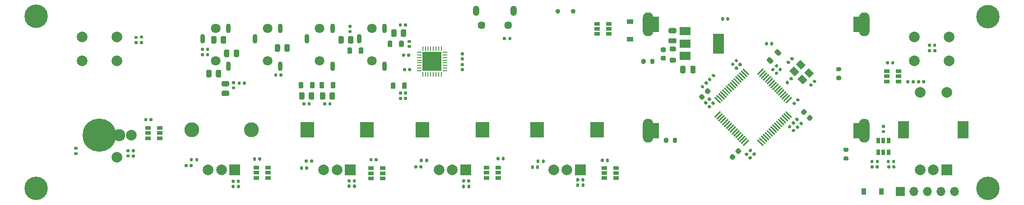
<source format=gbr>
%TF.GenerationSoftware,KiCad,Pcbnew,(5.1.8-0-10_14)*%
%TF.CreationDate,2021-01-08T14:50:06+01:00*%
%TF.ProjectId,PoundingSystem,506f756e-6469-46e6-9753-797374656d2e,rev?*%
%TF.SameCoordinates,Original*%
%TF.FileFunction,Soldermask,Top*%
%TF.FilePolarity,Negative*%
%FSLAX46Y46*%
G04 Gerber Fmt 4.6, Leading zero omitted, Abs format (unit mm)*
G04 Created by KiCad (PCBNEW (5.1.8-0-10_14)) date 2021-01-08 14:50:06*
%MOMM*%
%LPD*%
G01*
G04 APERTURE LIST*
%ADD10C,4.400000*%
%ADD11C,0.700000*%
%ADD12R,2.000000X2.000000*%
%ADD13C,2.000000*%
%ADD14R,2.000000X3.200000*%
%ADD15R,2.500000X3.000000*%
%ADD16R,3.606800X3.606800*%
%ADD17R,0.807999X0.204000*%
%ADD18R,0.204000X0.807999*%
%ADD19C,1.800000*%
%ADD20O,0.900000X1.800000*%
%ADD21C,0.900000*%
%ADD22R,0.650000X1.060000*%
%ADD23R,1.060000X0.650000*%
%ADD24R,0.900000X1.200000*%
%ADD25C,2.300000*%
%ADD26C,6.250000*%
%ADD27C,1.500000*%
%ADD28O,2.000000X4.500000*%
%ADD29R,1.500000X3.000000*%
%ADD30C,2.800000*%
%ADD31R,1.700000X1.700000*%
%ADD32O,1.700000X1.700000*%
%ADD33O,1.200000X1.900000*%
%ADD34C,1.450000*%
%ADD35R,1.200000X0.900000*%
%ADD36C,0.100000*%
%ADD37R,2.000000X1.500000*%
%ADD38R,2.000000X3.800000*%
G04 APERTURE END LIST*
D10*
%TO.C,H2*%
X36375000Y-76625000D03*
D11*
X38025000Y-76625000D03*
X37541726Y-77791726D03*
X36375000Y-78275000D03*
X35208274Y-77791726D03*
X34725000Y-76625000D03*
X35208274Y-75458274D03*
X36375000Y-74975000D03*
X37541726Y-75458274D03*
%TD*%
D12*
%TO.C,SW1*%
X207200000Y-105435000D03*
D13*
X204700000Y-105435000D03*
X202200000Y-105435000D03*
D14*
X210300000Y-97935000D03*
X199100000Y-97935000D03*
D13*
X207200000Y-90935000D03*
X202200000Y-90935000D03*
%TD*%
D12*
%TO.C,SW4*%
X95317920Y-105435000D03*
D13*
X92817920Y-105435000D03*
X90317920Y-105435000D03*
D15*
X98417920Y-97935000D03*
X87217920Y-97935000D03*
%TD*%
D12*
%TO.C,SW3*%
X116970280Y-105435000D03*
D13*
X114470280Y-105435000D03*
X111970280Y-105435000D03*
D15*
X120070280Y-97935000D03*
X108870280Y-97935000D03*
%TD*%
D13*
%TO.C,SW7*%
X51500000Y-85000000D03*
X51500000Y-80500000D03*
X45000000Y-85000000D03*
X45000000Y-80500000D03*
%TD*%
%TO.C,SW6*%
X207668000Y-85000000D03*
X207668000Y-80500000D03*
X201168000Y-85000000D03*
X201168000Y-80500000D03*
%TD*%
%TO.C,C1*%
G36*
G01*
X159100000Y-87075000D02*
X159100000Y-86125000D01*
G75*
G02*
X159350000Y-85875000I250000J0D01*
G01*
X159850000Y-85875000D01*
G75*
G02*
X160100000Y-86125000I0J-250000D01*
G01*
X160100000Y-87075000D01*
G75*
G02*
X159850000Y-87325000I-250000J0D01*
G01*
X159350000Y-87325000D01*
G75*
G02*
X159100000Y-87075000I0J250000D01*
G01*
G37*
G36*
G01*
X157200000Y-87075000D02*
X157200000Y-86125000D01*
G75*
G02*
X157450000Y-85875000I250000J0D01*
G01*
X157950000Y-85875000D01*
G75*
G02*
X158200000Y-86125000I0J-250000D01*
G01*
X158200000Y-87075000D01*
G75*
G02*
X157950000Y-87325000I-250000J0D01*
G01*
X157450000Y-87325000D01*
G75*
G02*
X157200000Y-87075000I0J250000D01*
G01*
G37*
%TD*%
%TO.C,R16*%
G36*
G01*
X155825000Y-100175000D02*
X155825000Y-99625000D01*
G75*
G02*
X156025000Y-99425000I200000J0D01*
G01*
X156425000Y-99425000D01*
G75*
G02*
X156625000Y-99625000I0J-200000D01*
G01*
X156625000Y-100175000D01*
G75*
G02*
X156425000Y-100375000I-200000J0D01*
G01*
X156025000Y-100375000D01*
G75*
G02*
X155825000Y-100175000I0J200000D01*
G01*
G37*
G36*
G01*
X154175000Y-100175000D02*
X154175000Y-99625000D01*
G75*
G02*
X154375000Y-99425000I200000J0D01*
G01*
X154775000Y-99425000D01*
G75*
G02*
X154975000Y-99625000I0J-200000D01*
G01*
X154975000Y-100175000D01*
G75*
G02*
X154775000Y-100375000I-200000J0D01*
G01*
X154375000Y-100375000D01*
G75*
G02*
X154175000Y-100175000I0J200000D01*
G01*
G37*
%TD*%
%TO.C,R15*%
G36*
G01*
X188575000Y-102075000D02*
X188025000Y-102075000D01*
G75*
G02*
X187825000Y-101875000I0J200000D01*
G01*
X187825000Y-101475000D01*
G75*
G02*
X188025000Y-101275000I200000J0D01*
G01*
X188575000Y-101275000D01*
G75*
G02*
X188775000Y-101475000I0J-200000D01*
G01*
X188775000Y-101875000D01*
G75*
G02*
X188575000Y-102075000I-200000J0D01*
G01*
G37*
G36*
G01*
X188575000Y-103725000D02*
X188025000Y-103725000D01*
G75*
G02*
X187825000Y-103525000I0J200000D01*
G01*
X187825000Y-103125000D01*
G75*
G02*
X188025000Y-102925000I200000J0D01*
G01*
X188575000Y-102925000D01*
G75*
G02*
X188775000Y-103125000I0J-200000D01*
G01*
X188775000Y-103525000D01*
G75*
G02*
X188575000Y-103725000I-200000J0D01*
G01*
G37*
%TD*%
%TO.C,R4*%
G36*
G01*
X187219000Y-86951000D02*
X186669000Y-86951000D01*
G75*
G02*
X186469000Y-86751000I0J200000D01*
G01*
X186469000Y-86351000D01*
G75*
G02*
X186669000Y-86151000I200000J0D01*
G01*
X187219000Y-86151000D01*
G75*
G02*
X187419000Y-86351000I0J-200000D01*
G01*
X187419000Y-86751000D01*
G75*
G02*
X187219000Y-86951000I-200000J0D01*
G01*
G37*
G36*
G01*
X187219000Y-88601000D02*
X186669000Y-88601000D01*
G75*
G02*
X186469000Y-88401000I0J200000D01*
G01*
X186469000Y-88001000D01*
G75*
G02*
X186669000Y-87801000I200000J0D01*
G01*
X187219000Y-87801000D01*
G75*
G02*
X187419000Y-88001000I0J-200000D01*
G01*
X187419000Y-88401000D01*
G75*
G02*
X187219000Y-88601000I-200000J0D01*
G01*
G37*
%TD*%
%TO.C,R3*%
G36*
G01*
X151575000Y-85345000D02*
X151575000Y-84795000D01*
G75*
G02*
X151775000Y-84595000I200000J0D01*
G01*
X152175000Y-84595000D01*
G75*
G02*
X152375000Y-84795000I0J-200000D01*
G01*
X152375000Y-85345000D01*
G75*
G02*
X152175000Y-85545000I-200000J0D01*
G01*
X151775000Y-85545000D01*
G75*
G02*
X151575000Y-85345000I0J200000D01*
G01*
G37*
G36*
G01*
X149925000Y-85345000D02*
X149925000Y-84795000D01*
G75*
G02*
X150125000Y-84595000I200000J0D01*
G01*
X150525000Y-84595000D01*
G75*
G02*
X150725000Y-84795000I0J-200000D01*
G01*
X150725000Y-85345000D01*
G75*
G02*
X150525000Y-85545000I-200000J0D01*
G01*
X150125000Y-85545000D01*
G75*
G02*
X149925000Y-85345000I0J200000D01*
G01*
G37*
%TD*%
%TO.C,U2*%
G36*
G01*
X177177129Y-94465767D02*
X178167079Y-95455717D01*
G75*
G02*
X178167079Y-95561783I-53033J-53033D01*
G01*
X178061013Y-95667849D01*
G75*
G02*
X177954947Y-95667849I-53033J53033D01*
G01*
X176964997Y-94677899D01*
G75*
G02*
X176964997Y-94571833I53033J53033D01*
G01*
X177071063Y-94465767D01*
G75*
G02*
X177177129Y-94465767I53033J-53033D01*
G01*
G37*
G36*
G01*
X176823576Y-94819320D02*
X177813526Y-95809270D01*
G75*
G02*
X177813526Y-95915336I-53033J-53033D01*
G01*
X177707460Y-96021402D01*
G75*
G02*
X177601394Y-96021402I-53033J53033D01*
G01*
X176611444Y-95031452D01*
G75*
G02*
X176611444Y-94925386I53033J53033D01*
G01*
X176717510Y-94819320D01*
G75*
G02*
X176823576Y-94819320I53033J-53033D01*
G01*
G37*
G36*
G01*
X176470023Y-95172873D02*
X177459973Y-96162823D01*
G75*
G02*
X177459973Y-96268889I-53033J-53033D01*
G01*
X177353907Y-96374955D01*
G75*
G02*
X177247841Y-96374955I-53033J53033D01*
G01*
X176257891Y-95385005D01*
G75*
G02*
X176257891Y-95278939I53033J53033D01*
G01*
X176363957Y-95172873D01*
G75*
G02*
X176470023Y-95172873I53033J-53033D01*
G01*
G37*
G36*
G01*
X176116469Y-95526427D02*
X177106419Y-96516377D01*
G75*
G02*
X177106419Y-96622443I-53033J-53033D01*
G01*
X177000353Y-96728509D01*
G75*
G02*
X176894287Y-96728509I-53033J53033D01*
G01*
X175904337Y-95738559D01*
G75*
G02*
X175904337Y-95632493I53033J53033D01*
G01*
X176010403Y-95526427D01*
G75*
G02*
X176116469Y-95526427I53033J-53033D01*
G01*
G37*
G36*
G01*
X175762916Y-95879980D02*
X176752866Y-96869930D01*
G75*
G02*
X176752866Y-96975996I-53033J-53033D01*
G01*
X176646800Y-97082062D01*
G75*
G02*
X176540734Y-97082062I-53033J53033D01*
G01*
X175550784Y-96092112D01*
G75*
G02*
X175550784Y-95986046I53033J53033D01*
G01*
X175656850Y-95879980D01*
G75*
G02*
X175762916Y-95879980I53033J-53033D01*
G01*
G37*
G36*
G01*
X175409362Y-96233534D02*
X176399312Y-97223484D01*
G75*
G02*
X176399312Y-97329550I-53033J-53033D01*
G01*
X176293246Y-97435616D01*
G75*
G02*
X176187180Y-97435616I-53033J53033D01*
G01*
X175197230Y-96445666D01*
G75*
G02*
X175197230Y-96339600I53033J53033D01*
G01*
X175303296Y-96233534D01*
G75*
G02*
X175409362Y-96233534I53033J-53033D01*
G01*
G37*
G36*
G01*
X175055809Y-96587087D02*
X176045759Y-97577037D01*
G75*
G02*
X176045759Y-97683103I-53033J-53033D01*
G01*
X175939693Y-97789169D01*
G75*
G02*
X175833627Y-97789169I-53033J53033D01*
G01*
X174843677Y-96799219D01*
G75*
G02*
X174843677Y-96693153I53033J53033D01*
G01*
X174949743Y-96587087D01*
G75*
G02*
X175055809Y-96587087I53033J-53033D01*
G01*
G37*
G36*
G01*
X174702256Y-96940640D02*
X175692206Y-97930590D01*
G75*
G02*
X175692206Y-98036656I-53033J-53033D01*
G01*
X175586140Y-98142722D01*
G75*
G02*
X175480074Y-98142722I-53033J53033D01*
G01*
X174490124Y-97152772D01*
G75*
G02*
X174490124Y-97046706I53033J53033D01*
G01*
X174596190Y-96940640D01*
G75*
G02*
X174702256Y-96940640I53033J-53033D01*
G01*
G37*
G36*
G01*
X174348702Y-97294194D02*
X175338652Y-98284144D01*
G75*
G02*
X175338652Y-98390210I-53033J-53033D01*
G01*
X175232586Y-98496276D01*
G75*
G02*
X175126520Y-98496276I-53033J53033D01*
G01*
X174136570Y-97506326D01*
G75*
G02*
X174136570Y-97400260I53033J53033D01*
G01*
X174242636Y-97294194D01*
G75*
G02*
X174348702Y-97294194I53033J-53033D01*
G01*
G37*
G36*
G01*
X173995149Y-97647747D02*
X174985099Y-98637697D01*
G75*
G02*
X174985099Y-98743763I-53033J-53033D01*
G01*
X174879033Y-98849829D01*
G75*
G02*
X174772967Y-98849829I-53033J53033D01*
G01*
X173783017Y-97859879D01*
G75*
G02*
X173783017Y-97753813I53033J53033D01*
G01*
X173889083Y-97647747D01*
G75*
G02*
X173995149Y-97647747I53033J-53033D01*
G01*
G37*
G36*
G01*
X173641596Y-98001300D02*
X174631546Y-98991250D01*
G75*
G02*
X174631546Y-99097316I-53033J-53033D01*
G01*
X174525480Y-99203382D01*
G75*
G02*
X174419414Y-99203382I-53033J53033D01*
G01*
X173429464Y-98213432D01*
G75*
G02*
X173429464Y-98107366I53033J53033D01*
G01*
X173535530Y-98001300D01*
G75*
G02*
X173641596Y-98001300I53033J-53033D01*
G01*
G37*
G36*
G01*
X173288042Y-98354854D02*
X174277992Y-99344804D01*
G75*
G02*
X174277992Y-99450870I-53033J-53033D01*
G01*
X174171926Y-99556936D01*
G75*
G02*
X174065860Y-99556936I-53033J53033D01*
G01*
X173075910Y-98566986D01*
G75*
G02*
X173075910Y-98460920I53033J53033D01*
G01*
X173181976Y-98354854D01*
G75*
G02*
X173288042Y-98354854I53033J-53033D01*
G01*
G37*
G36*
G01*
X172934489Y-98708407D02*
X173924439Y-99698357D01*
G75*
G02*
X173924439Y-99804423I-53033J-53033D01*
G01*
X173818373Y-99910489D01*
G75*
G02*
X173712307Y-99910489I-53033J53033D01*
G01*
X172722357Y-98920539D01*
G75*
G02*
X172722357Y-98814473I53033J53033D01*
G01*
X172828423Y-98708407D01*
G75*
G02*
X172934489Y-98708407I53033J-53033D01*
G01*
G37*
G36*
G01*
X172580935Y-99061961D02*
X173570885Y-100051911D01*
G75*
G02*
X173570885Y-100157977I-53033J-53033D01*
G01*
X173464819Y-100264043D01*
G75*
G02*
X173358753Y-100264043I-53033J53033D01*
G01*
X172368803Y-99274093D01*
G75*
G02*
X172368803Y-99168027I53033J53033D01*
G01*
X172474869Y-99061961D01*
G75*
G02*
X172580935Y-99061961I53033J-53033D01*
G01*
G37*
G36*
G01*
X172227382Y-99415514D02*
X173217332Y-100405464D01*
G75*
G02*
X173217332Y-100511530I-53033J-53033D01*
G01*
X173111266Y-100617596D01*
G75*
G02*
X173005200Y-100617596I-53033J53033D01*
G01*
X172015250Y-99627646D01*
G75*
G02*
X172015250Y-99521580I53033J53033D01*
G01*
X172121316Y-99415514D01*
G75*
G02*
X172227382Y-99415514I53033J-53033D01*
G01*
G37*
G36*
G01*
X171873829Y-99769067D02*
X172863779Y-100759017D01*
G75*
G02*
X172863779Y-100865083I-53033J-53033D01*
G01*
X172757713Y-100971149D01*
G75*
G02*
X172651647Y-100971149I-53033J53033D01*
G01*
X171661697Y-99981199D01*
G75*
G02*
X171661697Y-99875133I53033J53033D01*
G01*
X171767763Y-99769067D01*
G75*
G02*
X171873829Y-99769067I53033J-53033D01*
G01*
G37*
G36*
G01*
X170035351Y-99769067D02*
X170141417Y-99875133D01*
G75*
G02*
X170141417Y-99981199I-53033J-53033D01*
G01*
X169151467Y-100971149D01*
G75*
G02*
X169045401Y-100971149I-53033J53033D01*
G01*
X168939335Y-100865083D01*
G75*
G02*
X168939335Y-100759017I53033J53033D01*
G01*
X169929285Y-99769067D01*
G75*
G02*
X170035351Y-99769067I53033J-53033D01*
G01*
G37*
G36*
G01*
X169681798Y-99415514D02*
X169787864Y-99521580D01*
G75*
G02*
X169787864Y-99627646I-53033J-53033D01*
G01*
X168797914Y-100617596D01*
G75*
G02*
X168691848Y-100617596I-53033J53033D01*
G01*
X168585782Y-100511530D01*
G75*
G02*
X168585782Y-100405464I53033J53033D01*
G01*
X169575732Y-99415514D01*
G75*
G02*
X169681798Y-99415514I53033J-53033D01*
G01*
G37*
G36*
G01*
X169328245Y-99061961D02*
X169434311Y-99168027D01*
G75*
G02*
X169434311Y-99274093I-53033J-53033D01*
G01*
X168444361Y-100264043D01*
G75*
G02*
X168338295Y-100264043I-53033J53033D01*
G01*
X168232229Y-100157977D01*
G75*
G02*
X168232229Y-100051911I53033J53033D01*
G01*
X169222179Y-99061961D01*
G75*
G02*
X169328245Y-99061961I53033J-53033D01*
G01*
G37*
G36*
G01*
X168974691Y-98708407D02*
X169080757Y-98814473D01*
G75*
G02*
X169080757Y-98920539I-53033J-53033D01*
G01*
X168090807Y-99910489D01*
G75*
G02*
X167984741Y-99910489I-53033J53033D01*
G01*
X167878675Y-99804423D01*
G75*
G02*
X167878675Y-99698357I53033J53033D01*
G01*
X168868625Y-98708407D01*
G75*
G02*
X168974691Y-98708407I53033J-53033D01*
G01*
G37*
G36*
G01*
X168621138Y-98354854D02*
X168727204Y-98460920D01*
G75*
G02*
X168727204Y-98566986I-53033J-53033D01*
G01*
X167737254Y-99556936D01*
G75*
G02*
X167631188Y-99556936I-53033J53033D01*
G01*
X167525122Y-99450870D01*
G75*
G02*
X167525122Y-99344804I53033J53033D01*
G01*
X168515072Y-98354854D01*
G75*
G02*
X168621138Y-98354854I53033J-53033D01*
G01*
G37*
G36*
G01*
X168267584Y-98001300D02*
X168373650Y-98107366D01*
G75*
G02*
X168373650Y-98213432I-53033J-53033D01*
G01*
X167383700Y-99203382D01*
G75*
G02*
X167277634Y-99203382I-53033J53033D01*
G01*
X167171568Y-99097316D01*
G75*
G02*
X167171568Y-98991250I53033J53033D01*
G01*
X168161518Y-98001300D01*
G75*
G02*
X168267584Y-98001300I53033J-53033D01*
G01*
G37*
G36*
G01*
X167914031Y-97647747D02*
X168020097Y-97753813D01*
G75*
G02*
X168020097Y-97859879I-53033J-53033D01*
G01*
X167030147Y-98849829D01*
G75*
G02*
X166924081Y-98849829I-53033J53033D01*
G01*
X166818015Y-98743763D01*
G75*
G02*
X166818015Y-98637697I53033J53033D01*
G01*
X167807965Y-97647747D01*
G75*
G02*
X167914031Y-97647747I53033J-53033D01*
G01*
G37*
G36*
G01*
X167560478Y-97294194D02*
X167666544Y-97400260D01*
G75*
G02*
X167666544Y-97506326I-53033J-53033D01*
G01*
X166676594Y-98496276D01*
G75*
G02*
X166570528Y-98496276I-53033J53033D01*
G01*
X166464462Y-98390210D01*
G75*
G02*
X166464462Y-98284144I53033J53033D01*
G01*
X167454412Y-97294194D01*
G75*
G02*
X167560478Y-97294194I53033J-53033D01*
G01*
G37*
G36*
G01*
X167206924Y-96940640D02*
X167312990Y-97046706D01*
G75*
G02*
X167312990Y-97152772I-53033J-53033D01*
G01*
X166323040Y-98142722D01*
G75*
G02*
X166216974Y-98142722I-53033J53033D01*
G01*
X166110908Y-98036656D01*
G75*
G02*
X166110908Y-97930590I53033J53033D01*
G01*
X167100858Y-96940640D01*
G75*
G02*
X167206924Y-96940640I53033J-53033D01*
G01*
G37*
G36*
G01*
X166853371Y-96587087D02*
X166959437Y-96693153D01*
G75*
G02*
X166959437Y-96799219I-53033J-53033D01*
G01*
X165969487Y-97789169D01*
G75*
G02*
X165863421Y-97789169I-53033J53033D01*
G01*
X165757355Y-97683103D01*
G75*
G02*
X165757355Y-97577037I53033J53033D01*
G01*
X166747305Y-96587087D01*
G75*
G02*
X166853371Y-96587087I53033J-53033D01*
G01*
G37*
G36*
G01*
X166499818Y-96233534D02*
X166605884Y-96339600D01*
G75*
G02*
X166605884Y-96445666I-53033J-53033D01*
G01*
X165615934Y-97435616D01*
G75*
G02*
X165509868Y-97435616I-53033J53033D01*
G01*
X165403802Y-97329550D01*
G75*
G02*
X165403802Y-97223484I53033J53033D01*
G01*
X166393752Y-96233534D01*
G75*
G02*
X166499818Y-96233534I53033J-53033D01*
G01*
G37*
G36*
G01*
X166146264Y-95879980D02*
X166252330Y-95986046D01*
G75*
G02*
X166252330Y-96092112I-53033J-53033D01*
G01*
X165262380Y-97082062D01*
G75*
G02*
X165156314Y-97082062I-53033J53033D01*
G01*
X165050248Y-96975996D01*
G75*
G02*
X165050248Y-96869930I53033J53033D01*
G01*
X166040198Y-95879980D01*
G75*
G02*
X166146264Y-95879980I53033J-53033D01*
G01*
G37*
G36*
G01*
X165792711Y-95526427D02*
X165898777Y-95632493D01*
G75*
G02*
X165898777Y-95738559I-53033J-53033D01*
G01*
X164908827Y-96728509D01*
G75*
G02*
X164802761Y-96728509I-53033J53033D01*
G01*
X164696695Y-96622443D01*
G75*
G02*
X164696695Y-96516377I53033J53033D01*
G01*
X165686645Y-95526427D01*
G75*
G02*
X165792711Y-95526427I53033J-53033D01*
G01*
G37*
G36*
G01*
X165439157Y-95172873D02*
X165545223Y-95278939D01*
G75*
G02*
X165545223Y-95385005I-53033J-53033D01*
G01*
X164555273Y-96374955D01*
G75*
G02*
X164449207Y-96374955I-53033J53033D01*
G01*
X164343141Y-96268889D01*
G75*
G02*
X164343141Y-96162823I53033J53033D01*
G01*
X165333091Y-95172873D01*
G75*
G02*
X165439157Y-95172873I53033J-53033D01*
G01*
G37*
G36*
G01*
X165085604Y-94819320D02*
X165191670Y-94925386D01*
G75*
G02*
X165191670Y-95031452I-53033J-53033D01*
G01*
X164201720Y-96021402D01*
G75*
G02*
X164095654Y-96021402I-53033J53033D01*
G01*
X163989588Y-95915336D01*
G75*
G02*
X163989588Y-95809270I53033J53033D01*
G01*
X164979538Y-94819320D01*
G75*
G02*
X165085604Y-94819320I53033J-53033D01*
G01*
G37*
G36*
G01*
X164732051Y-94465767D02*
X164838117Y-94571833D01*
G75*
G02*
X164838117Y-94677899I-53033J-53033D01*
G01*
X163848167Y-95667849D01*
G75*
G02*
X163742101Y-95667849I-53033J53033D01*
G01*
X163636035Y-95561783D01*
G75*
G02*
X163636035Y-95455717I53033J53033D01*
G01*
X164625985Y-94465767D01*
G75*
G02*
X164732051Y-94465767I53033J-53033D01*
G01*
G37*
G36*
G01*
X163848167Y-91743405D02*
X164838117Y-92733355D01*
G75*
G02*
X164838117Y-92839421I-53033J-53033D01*
G01*
X164732051Y-92945487D01*
G75*
G02*
X164625985Y-92945487I-53033J53033D01*
G01*
X163636035Y-91955537D01*
G75*
G02*
X163636035Y-91849471I53033J53033D01*
G01*
X163742101Y-91743405D01*
G75*
G02*
X163848167Y-91743405I53033J-53033D01*
G01*
G37*
G36*
G01*
X164201720Y-91389852D02*
X165191670Y-92379802D01*
G75*
G02*
X165191670Y-92485868I-53033J-53033D01*
G01*
X165085604Y-92591934D01*
G75*
G02*
X164979538Y-92591934I-53033J53033D01*
G01*
X163989588Y-91601984D01*
G75*
G02*
X163989588Y-91495918I53033J53033D01*
G01*
X164095654Y-91389852D01*
G75*
G02*
X164201720Y-91389852I53033J-53033D01*
G01*
G37*
G36*
G01*
X164555273Y-91036299D02*
X165545223Y-92026249D01*
G75*
G02*
X165545223Y-92132315I-53033J-53033D01*
G01*
X165439157Y-92238381D01*
G75*
G02*
X165333091Y-92238381I-53033J53033D01*
G01*
X164343141Y-91248431D01*
G75*
G02*
X164343141Y-91142365I53033J53033D01*
G01*
X164449207Y-91036299D01*
G75*
G02*
X164555273Y-91036299I53033J-53033D01*
G01*
G37*
G36*
G01*
X164908827Y-90682745D02*
X165898777Y-91672695D01*
G75*
G02*
X165898777Y-91778761I-53033J-53033D01*
G01*
X165792711Y-91884827D01*
G75*
G02*
X165686645Y-91884827I-53033J53033D01*
G01*
X164696695Y-90894877D01*
G75*
G02*
X164696695Y-90788811I53033J53033D01*
G01*
X164802761Y-90682745D01*
G75*
G02*
X164908827Y-90682745I53033J-53033D01*
G01*
G37*
G36*
G01*
X165262380Y-90329192D02*
X166252330Y-91319142D01*
G75*
G02*
X166252330Y-91425208I-53033J-53033D01*
G01*
X166146264Y-91531274D01*
G75*
G02*
X166040198Y-91531274I-53033J53033D01*
G01*
X165050248Y-90541324D01*
G75*
G02*
X165050248Y-90435258I53033J53033D01*
G01*
X165156314Y-90329192D01*
G75*
G02*
X165262380Y-90329192I53033J-53033D01*
G01*
G37*
G36*
G01*
X165615934Y-89975638D02*
X166605884Y-90965588D01*
G75*
G02*
X166605884Y-91071654I-53033J-53033D01*
G01*
X166499818Y-91177720D01*
G75*
G02*
X166393752Y-91177720I-53033J53033D01*
G01*
X165403802Y-90187770D01*
G75*
G02*
X165403802Y-90081704I53033J53033D01*
G01*
X165509868Y-89975638D01*
G75*
G02*
X165615934Y-89975638I53033J-53033D01*
G01*
G37*
G36*
G01*
X165969487Y-89622085D02*
X166959437Y-90612035D01*
G75*
G02*
X166959437Y-90718101I-53033J-53033D01*
G01*
X166853371Y-90824167D01*
G75*
G02*
X166747305Y-90824167I-53033J53033D01*
G01*
X165757355Y-89834217D01*
G75*
G02*
X165757355Y-89728151I53033J53033D01*
G01*
X165863421Y-89622085D01*
G75*
G02*
X165969487Y-89622085I53033J-53033D01*
G01*
G37*
G36*
G01*
X166323040Y-89268532D02*
X167312990Y-90258482D01*
G75*
G02*
X167312990Y-90364548I-53033J-53033D01*
G01*
X167206924Y-90470614D01*
G75*
G02*
X167100858Y-90470614I-53033J53033D01*
G01*
X166110908Y-89480664D01*
G75*
G02*
X166110908Y-89374598I53033J53033D01*
G01*
X166216974Y-89268532D01*
G75*
G02*
X166323040Y-89268532I53033J-53033D01*
G01*
G37*
G36*
G01*
X166676594Y-88914978D02*
X167666544Y-89904928D01*
G75*
G02*
X167666544Y-90010994I-53033J-53033D01*
G01*
X167560478Y-90117060D01*
G75*
G02*
X167454412Y-90117060I-53033J53033D01*
G01*
X166464462Y-89127110D01*
G75*
G02*
X166464462Y-89021044I53033J53033D01*
G01*
X166570528Y-88914978D01*
G75*
G02*
X166676594Y-88914978I53033J-53033D01*
G01*
G37*
G36*
G01*
X167030147Y-88561425D02*
X168020097Y-89551375D01*
G75*
G02*
X168020097Y-89657441I-53033J-53033D01*
G01*
X167914031Y-89763507D01*
G75*
G02*
X167807965Y-89763507I-53033J53033D01*
G01*
X166818015Y-88773557D01*
G75*
G02*
X166818015Y-88667491I53033J53033D01*
G01*
X166924081Y-88561425D01*
G75*
G02*
X167030147Y-88561425I53033J-53033D01*
G01*
G37*
G36*
G01*
X167383700Y-88207872D02*
X168373650Y-89197822D01*
G75*
G02*
X168373650Y-89303888I-53033J-53033D01*
G01*
X168267584Y-89409954D01*
G75*
G02*
X168161518Y-89409954I-53033J53033D01*
G01*
X167171568Y-88420004D01*
G75*
G02*
X167171568Y-88313938I53033J53033D01*
G01*
X167277634Y-88207872D01*
G75*
G02*
X167383700Y-88207872I53033J-53033D01*
G01*
G37*
G36*
G01*
X167737254Y-87854318D02*
X168727204Y-88844268D01*
G75*
G02*
X168727204Y-88950334I-53033J-53033D01*
G01*
X168621138Y-89056400D01*
G75*
G02*
X168515072Y-89056400I-53033J53033D01*
G01*
X167525122Y-88066450D01*
G75*
G02*
X167525122Y-87960384I53033J53033D01*
G01*
X167631188Y-87854318D01*
G75*
G02*
X167737254Y-87854318I53033J-53033D01*
G01*
G37*
G36*
G01*
X168090807Y-87500765D02*
X169080757Y-88490715D01*
G75*
G02*
X169080757Y-88596781I-53033J-53033D01*
G01*
X168974691Y-88702847D01*
G75*
G02*
X168868625Y-88702847I-53033J53033D01*
G01*
X167878675Y-87712897D01*
G75*
G02*
X167878675Y-87606831I53033J53033D01*
G01*
X167984741Y-87500765D01*
G75*
G02*
X168090807Y-87500765I53033J-53033D01*
G01*
G37*
G36*
G01*
X168444361Y-87147211D02*
X169434311Y-88137161D01*
G75*
G02*
X169434311Y-88243227I-53033J-53033D01*
G01*
X169328245Y-88349293D01*
G75*
G02*
X169222179Y-88349293I-53033J53033D01*
G01*
X168232229Y-87359343D01*
G75*
G02*
X168232229Y-87253277I53033J53033D01*
G01*
X168338295Y-87147211D01*
G75*
G02*
X168444361Y-87147211I53033J-53033D01*
G01*
G37*
G36*
G01*
X168797914Y-86793658D02*
X169787864Y-87783608D01*
G75*
G02*
X169787864Y-87889674I-53033J-53033D01*
G01*
X169681798Y-87995740D01*
G75*
G02*
X169575732Y-87995740I-53033J53033D01*
G01*
X168585782Y-87005790D01*
G75*
G02*
X168585782Y-86899724I53033J53033D01*
G01*
X168691848Y-86793658D01*
G75*
G02*
X168797914Y-86793658I53033J-53033D01*
G01*
G37*
G36*
G01*
X169151467Y-86440105D02*
X170141417Y-87430055D01*
G75*
G02*
X170141417Y-87536121I-53033J-53033D01*
G01*
X170035351Y-87642187D01*
G75*
G02*
X169929285Y-87642187I-53033J53033D01*
G01*
X168939335Y-86652237D01*
G75*
G02*
X168939335Y-86546171I53033J53033D01*
G01*
X169045401Y-86440105D01*
G75*
G02*
X169151467Y-86440105I53033J-53033D01*
G01*
G37*
G36*
G01*
X172757713Y-86440105D02*
X172863779Y-86546171D01*
G75*
G02*
X172863779Y-86652237I-53033J-53033D01*
G01*
X171873829Y-87642187D01*
G75*
G02*
X171767763Y-87642187I-53033J53033D01*
G01*
X171661697Y-87536121D01*
G75*
G02*
X171661697Y-87430055I53033J53033D01*
G01*
X172651647Y-86440105D01*
G75*
G02*
X172757713Y-86440105I53033J-53033D01*
G01*
G37*
G36*
G01*
X173111266Y-86793658D02*
X173217332Y-86899724D01*
G75*
G02*
X173217332Y-87005790I-53033J-53033D01*
G01*
X172227382Y-87995740D01*
G75*
G02*
X172121316Y-87995740I-53033J53033D01*
G01*
X172015250Y-87889674D01*
G75*
G02*
X172015250Y-87783608I53033J53033D01*
G01*
X173005200Y-86793658D01*
G75*
G02*
X173111266Y-86793658I53033J-53033D01*
G01*
G37*
G36*
G01*
X173464819Y-87147211D02*
X173570885Y-87253277D01*
G75*
G02*
X173570885Y-87359343I-53033J-53033D01*
G01*
X172580935Y-88349293D01*
G75*
G02*
X172474869Y-88349293I-53033J53033D01*
G01*
X172368803Y-88243227D01*
G75*
G02*
X172368803Y-88137161I53033J53033D01*
G01*
X173358753Y-87147211D01*
G75*
G02*
X173464819Y-87147211I53033J-53033D01*
G01*
G37*
G36*
G01*
X173818373Y-87500765D02*
X173924439Y-87606831D01*
G75*
G02*
X173924439Y-87712897I-53033J-53033D01*
G01*
X172934489Y-88702847D01*
G75*
G02*
X172828423Y-88702847I-53033J53033D01*
G01*
X172722357Y-88596781D01*
G75*
G02*
X172722357Y-88490715I53033J53033D01*
G01*
X173712307Y-87500765D01*
G75*
G02*
X173818373Y-87500765I53033J-53033D01*
G01*
G37*
G36*
G01*
X174171926Y-87854318D02*
X174277992Y-87960384D01*
G75*
G02*
X174277992Y-88066450I-53033J-53033D01*
G01*
X173288042Y-89056400D01*
G75*
G02*
X173181976Y-89056400I-53033J53033D01*
G01*
X173075910Y-88950334D01*
G75*
G02*
X173075910Y-88844268I53033J53033D01*
G01*
X174065860Y-87854318D01*
G75*
G02*
X174171926Y-87854318I53033J-53033D01*
G01*
G37*
G36*
G01*
X174525480Y-88207872D02*
X174631546Y-88313938D01*
G75*
G02*
X174631546Y-88420004I-53033J-53033D01*
G01*
X173641596Y-89409954D01*
G75*
G02*
X173535530Y-89409954I-53033J53033D01*
G01*
X173429464Y-89303888D01*
G75*
G02*
X173429464Y-89197822I53033J53033D01*
G01*
X174419414Y-88207872D01*
G75*
G02*
X174525480Y-88207872I53033J-53033D01*
G01*
G37*
G36*
G01*
X174879033Y-88561425D02*
X174985099Y-88667491D01*
G75*
G02*
X174985099Y-88773557I-53033J-53033D01*
G01*
X173995149Y-89763507D01*
G75*
G02*
X173889083Y-89763507I-53033J53033D01*
G01*
X173783017Y-89657441D01*
G75*
G02*
X173783017Y-89551375I53033J53033D01*
G01*
X174772967Y-88561425D01*
G75*
G02*
X174879033Y-88561425I53033J-53033D01*
G01*
G37*
G36*
G01*
X175232586Y-88914978D02*
X175338652Y-89021044D01*
G75*
G02*
X175338652Y-89127110I-53033J-53033D01*
G01*
X174348702Y-90117060D01*
G75*
G02*
X174242636Y-90117060I-53033J53033D01*
G01*
X174136570Y-90010994D01*
G75*
G02*
X174136570Y-89904928I53033J53033D01*
G01*
X175126520Y-88914978D01*
G75*
G02*
X175232586Y-88914978I53033J-53033D01*
G01*
G37*
G36*
G01*
X175586140Y-89268532D02*
X175692206Y-89374598D01*
G75*
G02*
X175692206Y-89480664I-53033J-53033D01*
G01*
X174702256Y-90470614D01*
G75*
G02*
X174596190Y-90470614I-53033J53033D01*
G01*
X174490124Y-90364548D01*
G75*
G02*
X174490124Y-90258482I53033J53033D01*
G01*
X175480074Y-89268532D01*
G75*
G02*
X175586140Y-89268532I53033J-53033D01*
G01*
G37*
G36*
G01*
X175939693Y-89622085D02*
X176045759Y-89728151D01*
G75*
G02*
X176045759Y-89834217I-53033J-53033D01*
G01*
X175055809Y-90824167D01*
G75*
G02*
X174949743Y-90824167I-53033J53033D01*
G01*
X174843677Y-90718101D01*
G75*
G02*
X174843677Y-90612035I53033J53033D01*
G01*
X175833627Y-89622085D01*
G75*
G02*
X175939693Y-89622085I53033J-53033D01*
G01*
G37*
G36*
G01*
X176293246Y-89975638D02*
X176399312Y-90081704D01*
G75*
G02*
X176399312Y-90187770I-53033J-53033D01*
G01*
X175409362Y-91177720D01*
G75*
G02*
X175303296Y-91177720I-53033J53033D01*
G01*
X175197230Y-91071654D01*
G75*
G02*
X175197230Y-90965588I53033J53033D01*
G01*
X176187180Y-89975638D01*
G75*
G02*
X176293246Y-89975638I53033J-53033D01*
G01*
G37*
G36*
G01*
X176646800Y-90329192D02*
X176752866Y-90435258D01*
G75*
G02*
X176752866Y-90541324I-53033J-53033D01*
G01*
X175762916Y-91531274D01*
G75*
G02*
X175656850Y-91531274I-53033J53033D01*
G01*
X175550784Y-91425208D01*
G75*
G02*
X175550784Y-91319142I53033J53033D01*
G01*
X176540734Y-90329192D01*
G75*
G02*
X176646800Y-90329192I53033J-53033D01*
G01*
G37*
G36*
G01*
X177000353Y-90682745D02*
X177106419Y-90788811D01*
G75*
G02*
X177106419Y-90894877I-53033J-53033D01*
G01*
X176116469Y-91884827D01*
G75*
G02*
X176010403Y-91884827I-53033J53033D01*
G01*
X175904337Y-91778761D01*
G75*
G02*
X175904337Y-91672695I53033J53033D01*
G01*
X176894287Y-90682745D01*
G75*
G02*
X177000353Y-90682745I53033J-53033D01*
G01*
G37*
G36*
G01*
X177353907Y-91036299D02*
X177459973Y-91142365D01*
G75*
G02*
X177459973Y-91248431I-53033J-53033D01*
G01*
X176470023Y-92238381D01*
G75*
G02*
X176363957Y-92238381I-53033J53033D01*
G01*
X176257891Y-92132315D01*
G75*
G02*
X176257891Y-92026249I53033J53033D01*
G01*
X177247841Y-91036299D01*
G75*
G02*
X177353907Y-91036299I53033J-53033D01*
G01*
G37*
G36*
G01*
X177707460Y-91389852D02*
X177813526Y-91495918D01*
G75*
G02*
X177813526Y-91601984I-53033J-53033D01*
G01*
X176823576Y-92591934D01*
G75*
G02*
X176717510Y-92591934I-53033J53033D01*
G01*
X176611444Y-92485868D01*
G75*
G02*
X176611444Y-92379802I53033J53033D01*
G01*
X177601394Y-91389852D01*
G75*
G02*
X177707460Y-91389852I53033J-53033D01*
G01*
G37*
G36*
G01*
X178061013Y-91743405D02*
X178167079Y-91849471D01*
G75*
G02*
X178167079Y-91955537I-53033J-53033D01*
G01*
X177177129Y-92945487D01*
G75*
G02*
X177071063Y-92945487I-53033J53033D01*
G01*
X176964997Y-92839421D01*
G75*
G02*
X176964997Y-92733355I53033J53033D01*
G01*
X177954947Y-91743405D01*
G75*
G02*
X178061013Y-91743405I53033J-53033D01*
G01*
G37*
%TD*%
D16*
%TO.C,U7*%
X110650000Y-85100000D03*
D17*
X108252100Y-86850441D03*
X108252100Y-86350315D03*
X108252100Y-85850189D03*
X108252100Y-85350063D03*
X108252100Y-84849937D03*
X108252100Y-84349811D03*
X108252100Y-83849685D03*
X108252100Y-83349559D03*
D18*
X108899559Y-82702100D03*
X109399685Y-82702100D03*
X109899811Y-82702100D03*
X110399937Y-82702100D03*
X110900063Y-82702100D03*
X111400189Y-82702100D03*
X111900315Y-82702100D03*
X112400441Y-82702100D03*
D17*
X113047900Y-83349559D03*
X113047900Y-83849685D03*
X113047900Y-84349811D03*
X113047900Y-84849937D03*
X113047900Y-85350063D03*
X113047900Y-85850189D03*
X113047900Y-86350315D03*
X113047900Y-86850441D03*
D18*
X112400441Y-87497900D03*
X111900315Y-87497900D03*
X111400189Y-87497900D03*
X110900063Y-87497900D03*
X110399937Y-87497900D03*
X109899811Y-87497900D03*
X109399685Y-87497900D03*
X108899559Y-87497900D03*
%TD*%
%TO.C,R33*%
G36*
G01*
X124498000Y-80617000D02*
X124498000Y-80987000D01*
G75*
G02*
X124363000Y-81122000I-135000J0D01*
G01*
X124093000Y-81122000D01*
G75*
G02*
X123958000Y-80987000I0J135000D01*
G01*
X123958000Y-80617000D01*
G75*
G02*
X124093000Y-80482000I135000J0D01*
G01*
X124363000Y-80482000D01*
G75*
G02*
X124498000Y-80617000I0J-135000D01*
G01*
G37*
G36*
G01*
X125518000Y-80617000D02*
X125518000Y-80987000D01*
G75*
G02*
X125383000Y-81122000I-135000J0D01*
G01*
X125113000Y-81122000D01*
G75*
G02*
X124978000Y-80987000I0J135000D01*
G01*
X124978000Y-80617000D01*
G75*
G02*
X125113000Y-80482000I135000J0D01*
G01*
X125383000Y-80482000D01*
G75*
G02*
X125518000Y-80617000I0J-135000D01*
G01*
G37*
%TD*%
D19*
%TO.C,J5*%
X99357500Y-84970000D03*
X99357500Y-78870000D03*
D20*
X101757500Y-85970000D03*
X101757500Y-78914000D03*
X96960500Y-80847000D03*
%TD*%
%TO.C,R32*%
G36*
G01*
X71431998Y-90570000D02*
X72332002Y-90570000D01*
G75*
G02*
X72582000Y-90819998I0J-249998D01*
G01*
X72582000Y-91345002D01*
G75*
G02*
X72332002Y-91595000I-249998J0D01*
G01*
X71431998Y-91595000D01*
G75*
G02*
X71182000Y-91345002I0J249998D01*
G01*
X71182000Y-90819998D01*
G75*
G02*
X71431998Y-90570000I249998J0D01*
G01*
G37*
G36*
G01*
X71431998Y-88745000D02*
X72332002Y-88745000D01*
G75*
G02*
X72582000Y-88994998I0J-249998D01*
G01*
X72582000Y-89520002D01*
G75*
G02*
X72332002Y-89770000I-249998J0D01*
G01*
X71431998Y-89770000D01*
G75*
G02*
X71182000Y-89520002I0J249998D01*
G01*
X71182000Y-88994998D01*
G75*
G02*
X71431998Y-88745000I249998J0D01*
G01*
G37*
%TD*%
%TO.C,R31*%
G36*
G01*
X73448500Y-84016002D02*
X73448500Y-83115998D01*
G75*
G02*
X73698498Y-82866000I249998J0D01*
G01*
X74223502Y-82866000D01*
G75*
G02*
X74473500Y-83115998I0J-249998D01*
G01*
X74473500Y-84016002D01*
G75*
G02*
X74223502Y-84266000I-249998J0D01*
G01*
X73698498Y-84266000D01*
G75*
G02*
X73448500Y-84016002I0J249998D01*
G01*
G37*
G36*
G01*
X71623500Y-84016002D02*
X71623500Y-83115998D01*
G75*
G02*
X71873498Y-82866000I249998J0D01*
G01*
X72398502Y-82866000D01*
G75*
G02*
X72648500Y-83115998I0J-249998D01*
G01*
X72648500Y-84016002D01*
G75*
G02*
X72398502Y-84266000I-249998J0D01*
G01*
X71873498Y-84266000D01*
G75*
G02*
X71623500Y-84016002I0J249998D01*
G01*
G37*
%TD*%
%TO.C,R13*%
G36*
G01*
X71012000Y-81476002D02*
X71012000Y-80575998D01*
G75*
G02*
X71261998Y-80326000I249998J0D01*
G01*
X71787002Y-80326000D01*
G75*
G02*
X72037000Y-80575998I0J-249998D01*
G01*
X72037000Y-81476002D01*
G75*
G02*
X71787002Y-81726000I-249998J0D01*
G01*
X71261998Y-81726000D01*
G75*
G02*
X71012000Y-81476002I0J249998D01*
G01*
G37*
G36*
G01*
X69187000Y-81476002D02*
X69187000Y-80575998D01*
G75*
G02*
X69436998Y-80326000I249998J0D01*
G01*
X69962002Y-80326000D01*
G75*
G02*
X70212000Y-80575998I0J-249998D01*
G01*
X70212000Y-81476002D01*
G75*
G02*
X69962002Y-81726000I-249998J0D01*
G01*
X69436998Y-81726000D01*
G75*
G02*
X69187000Y-81476002I0J249998D01*
G01*
G37*
%TD*%
%TO.C,R12*%
G36*
G01*
X69299500Y-86925998D02*
X69299500Y-87826002D01*
G75*
G02*
X69049502Y-88076000I-249998J0D01*
G01*
X68524498Y-88076000D01*
G75*
G02*
X68274500Y-87826002I0J249998D01*
G01*
X68274500Y-86925998D01*
G75*
G02*
X68524498Y-86676000I249998J0D01*
G01*
X69049502Y-86676000D01*
G75*
G02*
X69299500Y-86925998I0J-249998D01*
G01*
G37*
G36*
G01*
X71124500Y-86925998D02*
X71124500Y-87826002D01*
G75*
G02*
X70874502Y-88076000I-249998J0D01*
G01*
X70349498Y-88076000D01*
G75*
G02*
X70099500Y-87826002I0J249998D01*
G01*
X70099500Y-86925998D01*
G75*
G02*
X70349498Y-86676000I249998J0D01*
G01*
X70874502Y-86676000D01*
G75*
G02*
X71124500Y-86925998I0J-249998D01*
G01*
G37*
%TD*%
%TO.C,C57*%
G36*
G01*
X73236000Y-89770000D02*
X73576000Y-89770000D01*
G75*
G02*
X73716000Y-89910000I0J-140000D01*
G01*
X73716000Y-90190000D01*
G75*
G02*
X73576000Y-90330000I-140000J0D01*
G01*
X73236000Y-90330000D01*
G75*
G02*
X73096000Y-90190000I0J140000D01*
G01*
X73096000Y-89910000D01*
G75*
G02*
X73236000Y-89770000I140000J0D01*
G01*
G37*
G36*
G01*
X73236000Y-88810000D02*
X73576000Y-88810000D01*
G75*
G02*
X73716000Y-88950000I0J-140000D01*
G01*
X73716000Y-89230000D01*
G75*
G02*
X73576000Y-89370000I-140000J0D01*
G01*
X73236000Y-89370000D01*
G75*
G02*
X73096000Y-89230000I0J140000D01*
G01*
X73096000Y-88950000D01*
G75*
G02*
X73236000Y-88810000I140000J0D01*
G01*
G37*
%TD*%
%TO.C,C56*%
G36*
G01*
X67872000Y-82634000D02*
X67872000Y-82974000D01*
G75*
G02*
X67732000Y-83114000I-140000J0D01*
G01*
X67452000Y-83114000D01*
G75*
G02*
X67312000Y-82974000I0J140000D01*
G01*
X67312000Y-82634000D01*
G75*
G02*
X67452000Y-82494000I140000J0D01*
G01*
X67732000Y-82494000D01*
G75*
G02*
X67872000Y-82634000I0J-140000D01*
G01*
G37*
G36*
G01*
X68832000Y-82634000D02*
X68832000Y-82974000D01*
G75*
G02*
X68692000Y-83114000I-140000J0D01*
G01*
X68412000Y-83114000D01*
G75*
G02*
X68272000Y-82974000I0J140000D01*
G01*
X68272000Y-82634000D01*
G75*
G02*
X68412000Y-82494000I140000J0D01*
G01*
X68692000Y-82494000D01*
G75*
G02*
X68832000Y-82634000I0J-140000D01*
G01*
G37*
%TD*%
%TO.C,C32*%
G36*
G01*
X68272000Y-83990000D02*
X68272000Y-83650000D01*
G75*
G02*
X68412000Y-83510000I140000J0D01*
G01*
X68692000Y-83510000D01*
G75*
G02*
X68832000Y-83650000I0J-140000D01*
G01*
X68832000Y-83990000D01*
G75*
G02*
X68692000Y-84130000I-140000J0D01*
G01*
X68412000Y-84130000D01*
G75*
G02*
X68272000Y-83990000I0J140000D01*
G01*
G37*
G36*
G01*
X67312000Y-83990000D02*
X67312000Y-83650000D01*
G75*
G02*
X67452000Y-83510000I140000J0D01*
G01*
X67732000Y-83510000D01*
G75*
G02*
X67872000Y-83650000I0J-140000D01*
G01*
X67872000Y-83990000D01*
G75*
G02*
X67732000Y-84130000I-140000J0D01*
G01*
X67452000Y-84130000D01*
G75*
G02*
X67312000Y-83990000I0J140000D01*
G01*
G37*
%TD*%
%TO.C,C19*%
G36*
G01*
X74758000Y-88984000D02*
X74758000Y-89324000D01*
G75*
G02*
X74618000Y-89464000I-140000J0D01*
G01*
X74338000Y-89464000D01*
G75*
G02*
X74198000Y-89324000I0J140000D01*
G01*
X74198000Y-88984000D01*
G75*
G02*
X74338000Y-88844000I140000J0D01*
G01*
X74618000Y-88844000D01*
G75*
G02*
X74758000Y-88984000I0J-140000D01*
G01*
G37*
G36*
G01*
X75718000Y-88984000D02*
X75718000Y-89324000D01*
G75*
G02*
X75578000Y-89464000I-140000J0D01*
G01*
X75298000Y-89464000D01*
G75*
G02*
X75158000Y-89324000I0J140000D01*
G01*
X75158000Y-88984000D01*
G75*
G02*
X75298000Y-88844000I140000J0D01*
G01*
X75578000Y-88844000D01*
G75*
G02*
X75718000Y-88984000I0J-140000D01*
G01*
G37*
%TD*%
D21*
%TO.C,SW9*%
X134210000Y-75630000D03*
X137110000Y-75630000D03*
%TD*%
%TO.C,FB7*%
G36*
G01*
X103782500Y-89268750D02*
X103782500Y-90031250D01*
G75*
G02*
X103563750Y-90250000I-218750J0D01*
G01*
X103126250Y-90250000D01*
G75*
G02*
X102907500Y-90031250I0J218750D01*
G01*
X102907500Y-89268750D01*
G75*
G02*
X103126250Y-89050000I218750J0D01*
G01*
X103563750Y-89050000D01*
G75*
G02*
X103782500Y-89268750I0J-218750D01*
G01*
G37*
G36*
G01*
X105907500Y-89268750D02*
X105907500Y-90031250D01*
G75*
G02*
X105688750Y-90250000I-218750J0D01*
G01*
X105251250Y-90250000D01*
G75*
G02*
X105032500Y-90031250I0J218750D01*
G01*
X105032500Y-89268750D01*
G75*
G02*
X105251250Y-89050000I218750J0D01*
G01*
X105688750Y-89050000D01*
G75*
G02*
X105907500Y-89268750I0J-218750D01*
G01*
G37*
%TD*%
%TO.C,C55*%
G36*
G01*
X104998000Y-91876000D02*
X104998000Y-92216000D01*
G75*
G02*
X104858000Y-92356000I-140000J0D01*
G01*
X104578000Y-92356000D01*
G75*
G02*
X104438000Y-92216000I0J140000D01*
G01*
X104438000Y-91876000D01*
G75*
G02*
X104578000Y-91736000I140000J0D01*
G01*
X104858000Y-91736000D01*
G75*
G02*
X104998000Y-91876000I0J-140000D01*
G01*
G37*
G36*
G01*
X105958000Y-91876000D02*
X105958000Y-92216000D01*
G75*
G02*
X105818000Y-92356000I-140000J0D01*
G01*
X105538000Y-92356000D01*
G75*
G02*
X105398000Y-92216000I0J140000D01*
G01*
X105398000Y-91876000D01*
G75*
G02*
X105538000Y-91736000I140000J0D01*
G01*
X105818000Y-91736000D01*
G75*
G02*
X105958000Y-91876000I0J-140000D01*
G01*
G37*
%TD*%
%TO.C,C54*%
G36*
G01*
X104998000Y-90860000D02*
X104998000Y-91200000D01*
G75*
G02*
X104858000Y-91340000I-140000J0D01*
G01*
X104578000Y-91340000D01*
G75*
G02*
X104438000Y-91200000I0J140000D01*
G01*
X104438000Y-90860000D01*
G75*
G02*
X104578000Y-90720000I140000J0D01*
G01*
X104858000Y-90720000D01*
G75*
G02*
X104998000Y-90860000I0J-140000D01*
G01*
G37*
G36*
G01*
X105958000Y-90860000D02*
X105958000Y-91200000D01*
G75*
G02*
X105818000Y-91340000I-140000J0D01*
G01*
X105538000Y-91340000D01*
G75*
G02*
X105398000Y-91200000I0J140000D01*
G01*
X105398000Y-90860000D01*
G75*
G02*
X105538000Y-90720000I140000J0D01*
G01*
X105818000Y-90720000D01*
G75*
G02*
X105958000Y-90860000I0J-140000D01*
G01*
G37*
%TD*%
D22*
%TO.C,U12*%
X195326000Y-99992000D03*
X194376000Y-99992000D03*
X196276000Y-99992000D03*
X196276000Y-102192000D03*
X195326000Y-102192000D03*
X194376000Y-102192000D03*
%TD*%
%TO.C,R30*%
G36*
G01*
X193946000Y-104071000D02*
X193946000Y-103701000D01*
G75*
G02*
X194081000Y-103566000I135000J0D01*
G01*
X194351000Y-103566000D01*
G75*
G02*
X194486000Y-103701000I0J-135000D01*
G01*
X194486000Y-104071000D01*
G75*
G02*
X194351000Y-104206000I-135000J0D01*
G01*
X194081000Y-104206000D01*
G75*
G02*
X193946000Y-104071000I0J135000D01*
G01*
G37*
G36*
G01*
X192926000Y-104071000D02*
X192926000Y-103701000D01*
G75*
G02*
X193061000Y-103566000I135000J0D01*
G01*
X193331000Y-103566000D01*
G75*
G02*
X193466000Y-103701000I0J-135000D01*
G01*
X193466000Y-104071000D01*
G75*
G02*
X193331000Y-104206000I-135000J0D01*
G01*
X193061000Y-104206000D01*
G75*
G02*
X192926000Y-104071000I0J135000D01*
G01*
G37*
%TD*%
%TO.C,R29*%
G36*
G01*
X196994000Y-104081000D02*
X196994000Y-103711000D01*
G75*
G02*
X197129000Y-103576000I135000J0D01*
G01*
X197399000Y-103576000D01*
G75*
G02*
X197534000Y-103711000I0J-135000D01*
G01*
X197534000Y-104081000D01*
G75*
G02*
X197399000Y-104216000I-135000J0D01*
G01*
X197129000Y-104216000D01*
G75*
G02*
X196994000Y-104081000I0J135000D01*
G01*
G37*
G36*
G01*
X195974000Y-104081000D02*
X195974000Y-103711000D01*
G75*
G02*
X196109000Y-103576000I135000J0D01*
G01*
X196379000Y-103576000D01*
G75*
G02*
X196514000Y-103711000I0J-135000D01*
G01*
X196514000Y-104081000D01*
G75*
G02*
X196379000Y-104216000I-135000J0D01*
G01*
X196109000Y-104216000D01*
G75*
G02*
X195974000Y-104081000I0J135000D01*
G01*
G37*
%TD*%
%TO.C,C53*%
G36*
G01*
X195496000Y-97590000D02*
X195156000Y-97590000D01*
G75*
G02*
X195016000Y-97450000I0J140000D01*
G01*
X195016000Y-97170000D01*
G75*
G02*
X195156000Y-97030000I140000J0D01*
G01*
X195496000Y-97030000D01*
G75*
G02*
X195636000Y-97170000I0J-140000D01*
G01*
X195636000Y-97450000D01*
G75*
G02*
X195496000Y-97590000I-140000J0D01*
G01*
G37*
G36*
G01*
X195496000Y-98550000D02*
X195156000Y-98550000D01*
G75*
G02*
X195016000Y-98410000I0J140000D01*
G01*
X195016000Y-98130000D01*
G75*
G02*
X195156000Y-97990000I140000J0D01*
G01*
X195496000Y-97990000D01*
G75*
G02*
X195636000Y-98130000I0J-140000D01*
G01*
X195636000Y-98410000D01*
G75*
G02*
X195496000Y-98550000I-140000J0D01*
G01*
G37*
%TD*%
%TO.C,C52*%
G36*
G01*
X193886000Y-105072000D02*
X193886000Y-104732000D01*
G75*
G02*
X194026000Y-104592000I140000J0D01*
G01*
X194306000Y-104592000D01*
G75*
G02*
X194446000Y-104732000I0J-140000D01*
G01*
X194446000Y-105072000D01*
G75*
G02*
X194306000Y-105212000I-140000J0D01*
G01*
X194026000Y-105212000D01*
G75*
G02*
X193886000Y-105072000I0J140000D01*
G01*
G37*
G36*
G01*
X192926000Y-105072000D02*
X192926000Y-104732000D01*
G75*
G02*
X193066000Y-104592000I140000J0D01*
G01*
X193346000Y-104592000D01*
G75*
G02*
X193486000Y-104732000I0J-140000D01*
G01*
X193486000Y-105072000D01*
G75*
G02*
X193346000Y-105212000I-140000J0D01*
G01*
X193066000Y-105212000D01*
G75*
G02*
X192926000Y-105072000I0J140000D01*
G01*
G37*
%TD*%
%TO.C,C51*%
G36*
G01*
X197022000Y-105072000D02*
X197022000Y-104732000D01*
G75*
G02*
X197162000Y-104592000I140000J0D01*
G01*
X197442000Y-104592000D01*
G75*
G02*
X197582000Y-104732000I0J-140000D01*
G01*
X197582000Y-105072000D01*
G75*
G02*
X197442000Y-105212000I-140000J0D01*
G01*
X197162000Y-105212000D01*
G75*
G02*
X197022000Y-105072000I0J140000D01*
G01*
G37*
G36*
G01*
X196062000Y-105072000D02*
X196062000Y-104732000D01*
G75*
G02*
X196202000Y-104592000I140000J0D01*
G01*
X196482000Y-104592000D01*
G75*
G02*
X196622000Y-104732000I0J-140000D01*
G01*
X196622000Y-105072000D01*
G75*
G02*
X196482000Y-105212000I-140000J0D01*
G01*
X196202000Y-105212000D01*
G75*
G02*
X196062000Y-105072000I0J140000D01*
G01*
G37*
%TD*%
D23*
%TO.C,U11*%
X196004000Y-87884000D03*
X196004000Y-88834000D03*
X196004000Y-86934000D03*
X198204000Y-86934000D03*
X198204000Y-87884000D03*
X198204000Y-88834000D03*
%TD*%
%TO.C,R28*%
G36*
G01*
X204710000Y-83243000D02*
X204710000Y-82873000D01*
G75*
G02*
X204845000Y-82738000I135000J0D01*
G01*
X205115000Y-82738000D01*
G75*
G02*
X205250000Y-82873000I0J-135000D01*
G01*
X205250000Y-83243000D01*
G75*
G02*
X205115000Y-83378000I-135000J0D01*
G01*
X204845000Y-83378000D01*
G75*
G02*
X204710000Y-83243000I0J135000D01*
G01*
G37*
G36*
G01*
X203690000Y-83243000D02*
X203690000Y-82873000D01*
G75*
G02*
X203825000Y-82738000I135000J0D01*
G01*
X204095000Y-82738000D01*
G75*
G02*
X204230000Y-82873000I0J-135000D01*
G01*
X204230000Y-83243000D01*
G75*
G02*
X204095000Y-83378000I-135000J0D01*
G01*
X203825000Y-83378000D01*
G75*
G02*
X203690000Y-83243000I0J135000D01*
G01*
G37*
%TD*%
%TO.C,R27*%
G36*
G01*
X200646000Y-89085000D02*
X200646000Y-88715000D01*
G75*
G02*
X200781000Y-88580000I135000J0D01*
G01*
X201051000Y-88580000D01*
G75*
G02*
X201186000Y-88715000I0J-135000D01*
G01*
X201186000Y-89085000D01*
G75*
G02*
X201051000Y-89220000I-135000J0D01*
G01*
X200781000Y-89220000D01*
G75*
G02*
X200646000Y-89085000I0J135000D01*
G01*
G37*
G36*
G01*
X199626000Y-89085000D02*
X199626000Y-88715000D01*
G75*
G02*
X199761000Y-88580000I135000J0D01*
G01*
X200031000Y-88580000D01*
G75*
G02*
X200166000Y-88715000I0J-135000D01*
G01*
X200166000Y-89085000D01*
G75*
G02*
X200031000Y-89220000I-135000J0D01*
G01*
X199761000Y-89220000D01*
G75*
G02*
X199626000Y-89085000I0J135000D01*
G01*
G37*
%TD*%
%TO.C,C50*%
G36*
G01*
X204670000Y-82212000D02*
X204670000Y-81872000D01*
G75*
G02*
X204810000Y-81732000I140000J0D01*
G01*
X205090000Y-81732000D01*
G75*
G02*
X205230000Y-81872000I0J-140000D01*
G01*
X205230000Y-82212000D01*
G75*
G02*
X205090000Y-82352000I-140000J0D01*
G01*
X204810000Y-82352000D01*
G75*
G02*
X204670000Y-82212000I0J140000D01*
G01*
G37*
G36*
G01*
X203710000Y-82212000D02*
X203710000Y-81872000D01*
G75*
G02*
X203850000Y-81732000I140000J0D01*
G01*
X204130000Y-81732000D01*
G75*
G02*
X204270000Y-81872000I0J-140000D01*
G01*
X204270000Y-82212000D01*
G75*
G02*
X204130000Y-82352000I-140000J0D01*
G01*
X203850000Y-82352000D01*
G75*
G02*
X203710000Y-82212000I0J140000D01*
G01*
G37*
%TD*%
%TO.C,C49*%
G36*
G01*
X202210000Y-88730000D02*
X202210000Y-89070000D01*
G75*
G02*
X202070000Y-89210000I-140000J0D01*
G01*
X201790000Y-89210000D01*
G75*
G02*
X201650000Y-89070000I0J140000D01*
G01*
X201650000Y-88730000D01*
G75*
G02*
X201790000Y-88590000I140000J0D01*
G01*
X202070000Y-88590000D01*
G75*
G02*
X202210000Y-88730000I0J-140000D01*
G01*
G37*
G36*
G01*
X203170000Y-88730000D02*
X203170000Y-89070000D01*
G75*
G02*
X203030000Y-89210000I-140000J0D01*
G01*
X202750000Y-89210000D01*
G75*
G02*
X202610000Y-89070000I0J140000D01*
G01*
X202610000Y-88730000D01*
G75*
G02*
X202750000Y-88590000I140000J0D01*
G01*
X203030000Y-88590000D01*
G75*
G02*
X203170000Y-88730000I0J-140000D01*
G01*
G37*
%TD*%
%TO.C,C48*%
G36*
G01*
X196396000Y-85174000D02*
X196396000Y-85514000D01*
G75*
G02*
X196256000Y-85654000I-140000J0D01*
G01*
X195976000Y-85654000D01*
G75*
G02*
X195836000Y-85514000I0J140000D01*
G01*
X195836000Y-85174000D01*
G75*
G02*
X195976000Y-85034000I140000J0D01*
G01*
X196256000Y-85034000D01*
G75*
G02*
X196396000Y-85174000I0J-140000D01*
G01*
G37*
G36*
G01*
X197356000Y-85174000D02*
X197356000Y-85514000D01*
G75*
G02*
X197216000Y-85654000I-140000J0D01*
G01*
X196936000Y-85654000D01*
G75*
G02*
X196796000Y-85514000I0J140000D01*
G01*
X196796000Y-85174000D01*
G75*
G02*
X196936000Y-85034000I140000J0D01*
G01*
X197216000Y-85034000D01*
G75*
G02*
X197356000Y-85174000I0J-140000D01*
G01*
G37*
%TD*%
%TO.C,U10*%
X59604000Y-98552000D03*
X59604000Y-97602000D03*
X59604000Y-99502000D03*
X57404000Y-99502000D03*
X57404000Y-98552000D03*
X57404000Y-97602000D03*
%TD*%
%TO.C,R26*%
G36*
G01*
X54425000Y-102602000D02*
X54795000Y-102602000D01*
G75*
G02*
X54930000Y-102737000I0J-135000D01*
G01*
X54930000Y-103007000D01*
G75*
G02*
X54795000Y-103142000I-135000J0D01*
G01*
X54425000Y-103142000D01*
G75*
G02*
X54290000Y-103007000I0J135000D01*
G01*
X54290000Y-102737000D01*
G75*
G02*
X54425000Y-102602000I135000J0D01*
G01*
G37*
G36*
G01*
X54425000Y-101582000D02*
X54795000Y-101582000D01*
G75*
G02*
X54930000Y-101717000I0J-135000D01*
G01*
X54930000Y-101987000D01*
G75*
G02*
X54795000Y-102122000I-135000J0D01*
G01*
X54425000Y-102122000D01*
G75*
G02*
X54290000Y-101987000I0J135000D01*
G01*
X54290000Y-101717000D01*
G75*
G02*
X54425000Y-101582000I135000J0D01*
G01*
G37*
%TD*%
%TO.C,R25*%
G36*
G01*
X56319000Y-80784000D02*
X55949000Y-80784000D01*
G75*
G02*
X55814000Y-80649000I0J135000D01*
G01*
X55814000Y-80379000D01*
G75*
G02*
X55949000Y-80244000I135000J0D01*
G01*
X56319000Y-80244000D01*
G75*
G02*
X56454000Y-80379000I0J-135000D01*
G01*
X56454000Y-80649000D01*
G75*
G02*
X56319000Y-80784000I-135000J0D01*
G01*
G37*
G36*
G01*
X56319000Y-81804000D02*
X55949000Y-81804000D01*
G75*
G02*
X55814000Y-81669000I0J135000D01*
G01*
X55814000Y-81399000D01*
G75*
G02*
X55949000Y-81264000I135000J0D01*
G01*
X56319000Y-81264000D01*
G75*
G02*
X56454000Y-81399000I0J-135000D01*
G01*
X56454000Y-81669000D01*
G75*
G02*
X56319000Y-81804000I-135000J0D01*
G01*
G37*
%TD*%
%TO.C,C47*%
G36*
G01*
X53452000Y-102562000D02*
X53792000Y-102562000D01*
G75*
G02*
X53932000Y-102702000I0J-140000D01*
G01*
X53932000Y-102982000D01*
G75*
G02*
X53792000Y-103122000I-140000J0D01*
G01*
X53452000Y-103122000D01*
G75*
G02*
X53312000Y-102982000I0J140000D01*
G01*
X53312000Y-102702000D01*
G75*
G02*
X53452000Y-102562000I140000J0D01*
G01*
G37*
G36*
G01*
X53452000Y-101602000D02*
X53792000Y-101602000D01*
G75*
G02*
X53932000Y-101742000I0J-140000D01*
G01*
X53932000Y-102022000D01*
G75*
G02*
X53792000Y-102162000I-140000J0D01*
G01*
X53452000Y-102162000D01*
G75*
G02*
X53312000Y-102022000I0J140000D01*
G01*
X53312000Y-101742000D01*
G75*
G02*
X53452000Y-101602000I140000J0D01*
G01*
G37*
%TD*%
%TO.C,C46*%
G36*
G01*
X55288000Y-80854000D02*
X54948000Y-80854000D01*
G75*
G02*
X54808000Y-80714000I0J140000D01*
G01*
X54808000Y-80434000D01*
G75*
G02*
X54948000Y-80294000I140000J0D01*
G01*
X55288000Y-80294000D01*
G75*
G02*
X55428000Y-80434000I0J-140000D01*
G01*
X55428000Y-80714000D01*
G75*
G02*
X55288000Y-80854000I-140000J0D01*
G01*
G37*
G36*
G01*
X55288000Y-81814000D02*
X54948000Y-81814000D01*
G75*
G02*
X54808000Y-81674000I0J140000D01*
G01*
X54808000Y-81394000D01*
G75*
G02*
X54948000Y-81254000I140000J0D01*
G01*
X55288000Y-81254000D01*
G75*
G02*
X55428000Y-81394000I0J-140000D01*
G01*
X55428000Y-81674000D01*
G75*
G02*
X55288000Y-81814000I-140000J0D01*
G01*
G37*
%TD*%
%TO.C,C45*%
G36*
G01*
X57232000Y-95842000D02*
X57232000Y-96182000D01*
G75*
G02*
X57092000Y-96322000I-140000J0D01*
G01*
X56812000Y-96322000D01*
G75*
G02*
X56672000Y-96182000I0J140000D01*
G01*
X56672000Y-95842000D01*
G75*
G02*
X56812000Y-95702000I140000J0D01*
G01*
X57092000Y-95702000D01*
G75*
G02*
X57232000Y-95842000I0J-140000D01*
G01*
G37*
G36*
G01*
X58192000Y-95842000D02*
X58192000Y-96182000D01*
G75*
G02*
X58052000Y-96322000I-140000J0D01*
G01*
X57772000Y-96322000D01*
G75*
G02*
X57632000Y-96182000I0J140000D01*
G01*
X57632000Y-95842000D01*
G75*
G02*
X57772000Y-95702000I140000J0D01*
G01*
X58052000Y-95702000D01*
G75*
G02*
X58192000Y-95842000I0J-140000D01*
G01*
G37*
%TD*%
%TO.C,C38*%
G36*
G01*
X138275000Y-107155000D02*
X138275000Y-107495000D01*
G75*
G02*
X138135000Y-107635000I-140000J0D01*
G01*
X137855000Y-107635000D01*
G75*
G02*
X137715000Y-107495000I0J140000D01*
G01*
X137715000Y-107155000D01*
G75*
G02*
X137855000Y-107015000I140000J0D01*
G01*
X138135000Y-107015000D01*
G75*
G02*
X138275000Y-107155000I0J-140000D01*
G01*
G37*
G36*
G01*
X139235000Y-107155000D02*
X139235000Y-107495000D01*
G75*
G02*
X139095000Y-107635000I-140000J0D01*
G01*
X138815000Y-107635000D01*
G75*
G02*
X138675000Y-107495000I0J140000D01*
G01*
X138675000Y-107155000D01*
G75*
G02*
X138815000Y-107015000I140000J0D01*
G01*
X139095000Y-107015000D01*
G75*
G02*
X139235000Y-107155000I0J-140000D01*
G01*
G37*
%TD*%
%TO.C,U9*%
X123075000Y-106000000D03*
X123075000Y-105050000D03*
X123075000Y-106950000D03*
X120875000Y-106950000D03*
X120875000Y-106000000D03*
X120875000Y-105050000D03*
%TD*%
%TO.C,U8*%
X101380000Y-106100000D03*
X101380000Y-105150000D03*
X101380000Y-107050000D03*
X99180000Y-107050000D03*
X99180000Y-106100000D03*
X99180000Y-105150000D03*
%TD*%
%TO.C,R24*%
G36*
G01*
X116810000Y-108400000D02*
X116810000Y-108770000D01*
G75*
G02*
X116675000Y-108905000I-135000J0D01*
G01*
X116405000Y-108905000D01*
G75*
G02*
X116270000Y-108770000I0J135000D01*
G01*
X116270000Y-108400000D01*
G75*
G02*
X116405000Y-108265000I135000J0D01*
G01*
X116675000Y-108265000D01*
G75*
G02*
X116810000Y-108400000I0J-135000D01*
G01*
G37*
G36*
G01*
X117830000Y-108400000D02*
X117830000Y-108770000D01*
G75*
G02*
X117695000Y-108905000I-135000J0D01*
G01*
X117425000Y-108905000D01*
G75*
G02*
X117290000Y-108770000I0J135000D01*
G01*
X117290000Y-108400000D01*
G75*
G02*
X117425000Y-108265000I135000J0D01*
G01*
X117695000Y-108265000D01*
G75*
G02*
X117830000Y-108400000I0J-135000D01*
G01*
G37*
%TD*%
%TO.C,R23*%
G36*
G01*
X95350000Y-108345000D02*
X95350000Y-108715000D01*
G75*
G02*
X95215000Y-108850000I-135000J0D01*
G01*
X94945000Y-108850000D01*
G75*
G02*
X94810000Y-108715000I0J135000D01*
G01*
X94810000Y-108345000D01*
G75*
G02*
X94945000Y-108210000I135000J0D01*
G01*
X95215000Y-108210000D01*
G75*
G02*
X95350000Y-108345000I0J-135000D01*
G01*
G37*
G36*
G01*
X96370000Y-108345000D02*
X96370000Y-108715000D01*
G75*
G02*
X96235000Y-108850000I-135000J0D01*
G01*
X95965000Y-108850000D01*
G75*
G02*
X95830000Y-108715000I0J135000D01*
G01*
X95830000Y-108345000D01*
G75*
G02*
X95965000Y-108210000I135000J0D01*
G01*
X96235000Y-108210000D01*
G75*
G02*
X96370000Y-108345000I0J-135000D01*
G01*
G37*
%TD*%
%TO.C,R22*%
G36*
G01*
X108890000Y-103510000D02*
X108890000Y-103880000D01*
G75*
G02*
X108755000Y-104015000I-135000J0D01*
G01*
X108485000Y-104015000D01*
G75*
G02*
X108350000Y-103880000I0J135000D01*
G01*
X108350000Y-103510000D01*
G75*
G02*
X108485000Y-103375000I135000J0D01*
G01*
X108755000Y-103375000D01*
G75*
G02*
X108890000Y-103510000I0J-135000D01*
G01*
G37*
G36*
G01*
X109910000Y-103510000D02*
X109910000Y-103880000D01*
G75*
G02*
X109775000Y-104015000I-135000J0D01*
G01*
X109505000Y-104015000D01*
G75*
G02*
X109370000Y-103880000I0J135000D01*
G01*
X109370000Y-103510000D01*
G75*
G02*
X109505000Y-103375000I135000J0D01*
G01*
X109775000Y-103375000D01*
G75*
G02*
X109910000Y-103510000I0J-135000D01*
G01*
G37*
%TD*%
%TO.C,R21*%
G36*
G01*
X87320000Y-103625000D02*
X87320000Y-103995000D01*
G75*
G02*
X87185000Y-104130000I-135000J0D01*
G01*
X86915000Y-104130000D01*
G75*
G02*
X86780000Y-103995000I0J135000D01*
G01*
X86780000Y-103625000D01*
G75*
G02*
X86915000Y-103490000I135000J0D01*
G01*
X87185000Y-103490000D01*
G75*
G02*
X87320000Y-103625000I0J-135000D01*
G01*
G37*
G36*
G01*
X88340000Y-103625000D02*
X88340000Y-103995000D01*
G75*
G02*
X88205000Y-104130000I-135000J0D01*
G01*
X87935000Y-104130000D01*
G75*
G02*
X87800000Y-103995000I0J135000D01*
G01*
X87800000Y-103625000D01*
G75*
G02*
X87935000Y-103490000I135000J0D01*
G01*
X88205000Y-103490000D01*
G75*
G02*
X88340000Y-103625000I0J-135000D01*
G01*
G37*
%TD*%
%TO.C,C44*%
G36*
G01*
X116850000Y-107365000D02*
X116850000Y-107705000D01*
G75*
G02*
X116710000Y-107845000I-140000J0D01*
G01*
X116430000Y-107845000D01*
G75*
G02*
X116290000Y-107705000I0J140000D01*
G01*
X116290000Y-107365000D01*
G75*
G02*
X116430000Y-107225000I140000J0D01*
G01*
X116710000Y-107225000D01*
G75*
G02*
X116850000Y-107365000I0J-140000D01*
G01*
G37*
G36*
G01*
X117810000Y-107365000D02*
X117810000Y-107705000D01*
G75*
G02*
X117670000Y-107845000I-140000J0D01*
G01*
X117390000Y-107845000D01*
G75*
G02*
X117250000Y-107705000I0J140000D01*
G01*
X117250000Y-107365000D01*
G75*
G02*
X117390000Y-107225000I140000J0D01*
G01*
X117670000Y-107225000D01*
G75*
G02*
X117810000Y-107365000I0J-140000D01*
G01*
G37*
%TD*%
%TO.C,C43*%
G36*
G01*
X95390000Y-107360000D02*
X95390000Y-107700000D01*
G75*
G02*
X95250000Y-107840000I-140000J0D01*
G01*
X94970000Y-107840000D01*
G75*
G02*
X94830000Y-107700000I0J140000D01*
G01*
X94830000Y-107360000D01*
G75*
G02*
X94970000Y-107220000I140000J0D01*
G01*
X95250000Y-107220000D01*
G75*
G02*
X95390000Y-107360000I0J-140000D01*
G01*
G37*
G36*
G01*
X96350000Y-107360000D02*
X96350000Y-107700000D01*
G75*
G02*
X96210000Y-107840000I-140000J0D01*
G01*
X95930000Y-107840000D01*
G75*
G02*
X95790000Y-107700000I0J140000D01*
G01*
X95790000Y-107360000D01*
G75*
G02*
X95930000Y-107220000I140000J0D01*
G01*
X96210000Y-107220000D01*
G75*
G02*
X96350000Y-107360000I0J-140000D01*
G01*
G37*
%TD*%
%TO.C,C42*%
G36*
G01*
X108280000Y-105060000D02*
X108280000Y-104720000D01*
G75*
G02*
X108420000Y-104580000I140000J0D01*
G01*
X108700000Y-104580000D01*
G75*
G02*
X108840000Y-104720000I0J-140000D01*
G01*
X108840000Y-105060000D01*
G75*
G02*
X108700000Y-105200000I-140000J0D01*
G01*
X108420000Y-105200000D01*
G75*
G02*
X108280000Y-105060000I0J140000D01*
G01*
G37*
G36*
G01*
X107320000Y-105060000D02*
X107320000Y-104720000D01*
G75*
G02*
X107460000Y-104580000I140000J0D01*
G01*
X107740000Y-104580000D01*
G75*
G02*
X107880000Y-104720000I0J-140000D01*
G01*
X107880000Y-105060000D01*
G75*
G02*
X107740000Y-105200000I-140000J0D01*
G01*
X107460000Y-105200000D01*
G75*
G02*
X107320000Y-105060000I0J140000D01*
G01*
G37*
%TD*%
%TO.C,C41*%
G36*
G01*
X85870000Y-105290000D02*
X85870000Y-104950000D01*
G75*
G02*
X86010000Y-104810000I140000J0D01*
G01*
X86290000Y-104810000D01*
G75*
G02*
X86430000Y-104950000I0J-140000D01*
G01*
X86430000Y-105290000D01*
G75*
G02*
X86290000Y-105430000I-140000J0D01*
G01*
X86010000Y-105430000D01*
G75*
G02*
X85870000Y-105290000I0J140000D01*
G01*
G37*
G36*
G01*
X86830000Y-105290000D02*
X86830000Y-104950000D01*
G75*
G02*
X86970000Y-104810000I140000J0D01*
G01*
X87250000Y-104810000D01*
G75*
G02*
X87390000Y-104950000I0J-140000D01*
G01*
X87390000Y-105290000D01*
G75*
G02*
X87250000Y-105430000I-140000J0D01*
G01*
X86970000Y-105430000D01*
G75*
G02*
X86830000Y-105290000I0J140000D01*
G01*
G37*
%TD*%
%TO.C,C40*%
G36*
G01*
X123730000Y-103530000D02*
X123730000Y-103190000D01*
G75*
G02*
X123870000Y-103050000I140000J0D01*
G01*
X124150000Y-103050000D01*
G75*
G02*
X124290000Y-103190000I0J-140000D01*
G01*
X124290000Y-103530000D01*
G75*
G02*
X124150000Y-103670000I-140000J0D01*
G01*
X123870000Y-103670000D01*
G75*
G02*
X123730000Y-103530000I0J140000D01*
G01*
G37*
G36*
G01*
X122770000Y-103530000D02*
X122770000Y-103190000D01*
G75*
G02*
X122910000Y-103050000I140000J0D01*
G01*
X123190000Y-103050000D01*
G75*
G02*
X123330000Y-103190000I0J-140000D01*
G01*
X123330000Y-103530000D01*
G75*
G02*
X123190000Y-103670000I-140000J0D01*
G01*
X122910000Y-103670000D01*
G75*
G02*
X122770000Y-103530000I0J140000D01*
G01*
G37*
%TD*%
%TO.C,C39*%
G36*
G01*
X99490000Y-103370000D02*
X99490000Y-103710000D01*
G75*
G02*
X99350000Y-103850000I-140000J0D01*
G01*
X99070000Y-103850000D01*
G75*
G02*
X98930000Y-103710000I0J140000D01*
G01*
X98930000Y-103370000D01*
G75*
G02*
X99070000Y-103230000I140000J0D01*
G01*
X99350000Y-103230000D01*
G75*
G02*
X99490000Y-103370000I0J-140000D01*
G01*
G37*
G36*
G01*
X100450000Y-103370000D02*
X100450000Y-103710000D01*
G75*
G02*
X100310000Y-103850000I-140000J0D01*
G01*
X100030000Y-103850000D01*
G75*
G02*
X99890000Y-103710000I0J140000D01*
G01*
X99890000Y-103370000D01*
G75*
G02*
X100030000Y-103230000I140000J0D01*
G01*
X100310000Y-103230000D01*
G75*
G02*
X100450000Y-103370000I0J-140000D01*
G01*
G37*
%TD*%
%TO.C,U6*%
X145150000Y-106050000D03*
X145150000Y-105100000D03*
X145150000Y-107000000D03*
X142950000Y-107000000D03*
X142950000Y-106050000D03*
X142950000Y-105100000D03*
%TD*%
%TO.C,R20*%
G36*
G01*
X138235000Y-108165000D02*
X138235000Y-108535000D01*
G75*
G02*
X138100000Y-108670000I-135000J0D01*
G01*
X137830000Y-108670000D01*
G75*
G02*
X137695000Y-108535000I0J135000D01*
G01*
X137695000Y-108165000D01*
G75*
G02*
X137830000Y-108030000I135000J0D01*
G01*
X138100000Y-108030000D01*
G75*
G02*
X138235000Y-108165000I0J-135000D01*
G01*
G37*
G36*
G01*
X139255000Y-108165000D02*
X139255000Y-108535000D01*
G75*
G02*
X139120000Y-108670000I-135000J0D01*
G01*
X138850000Y-108670000D01*
G75*
G02*
X138715000Y-108535000I0J135000D01*
G01*
X138715000Y-108165000D01*
G75*
G02*
X138850000Y-108030000I135000J0D01*
G01*
X139120000Y-108030000D01*
G75*
G02*
X139255000Y-108165000I0J-135000D01*
G01*
G37*
%TD*%
%TO.C,R19*%
G36*
G01*
X130800000Y-103690000D02*
X130800000Y-104060000D01*
G75*
G02*
X130665000Y-104195000I-135000J0D01*
G01*
X130395000Y-104195000D01*
G75*
G02*
X130260000Y-104060000I0J135000D01*
G01*
X130260000Y-103690000D01*
G75*
G02*
X130395000Y-103555000I135000J0D01*
G01*
X130665000Y-103555000D01*
G75*
G02*
X130800000Y-103690000I0J-135000D01*
G01*
G37*
G36*
G01*
X131820000Y-103690000D02*
X131820000Y-104060000D01*
G75*
G02*
X131685000Y-104195000I-135000J0D01*
G01*
X131415000Y-104195000D01*
G75*
G02*
X131280000Y-104060000I0J135000D01*
G01*
X131280000Y-103690000D01*
G75*
G02*
X131415000Y-103555000I135000J0D01*
G01*
X131685000Y-103555000D01*
G75*
G02*
X131820000Y-103690000I0J-135000D01*
G01*
G37*
%TD*%
%TO.C,C37*%
G36*
G01*
X130170000Y-105130000D02*
X130170000Y-104790000D01*
G75*
G02*
X130310000Y-104650000I140000J0D01*
G01*
X130590000Y-104650000D01*
G75*
G02*
X130730000Y-104790000I0J-140000D01*
G01*
X130730000Y-105130000D01*
G75*
G02*
X130590000Y-105270000I-140000J0D01*
G01*
X130310000Y-105270000D01*
G75*
G02*
X130170000Y-105130000I0J140000D01*
G01*
G37*
G36*
G01*
X129210000Y-105130000D02*
X129210000Y-104790000D01*
G75*
G02*
X129350000Y-104650000I140000J0D01*
G01*
X129630000Y-104650000D01*
G75*
G02*
X129770000Y-104790000I0J-140000D01*
G01*
X129770000Y-105130000D01*
G75*
G02*
X129630000Y-105270000I-140000J0D01*
G01*
X129350000Y-105270000D01*
G75*
G02*
X129210000Y-105130000I0J140000D01*
G01*
G37*
%TD*%
%TO.C,C36*%
G36*
G01*
X142875000Y-103505000D02*
X142875000Y-103845000D01*
G75*
G02*
X142735000Y-103985000I-140000J0D01*
G01*
X142455000Y-103985000D01*
G75*
G02*
X142315000Y-103845000I0J140000D01*
G01*
X142315000Y-103505000D01*
G75*
G02*
X142455000Y-103365000I140000J0D01*
G01*
X142735000Y-103365000D01*
G75*
G02*
X142875000Y-103505000I0J-140000D01*
G01*
G37*
G36*
G01*
X143835000Y-103505000D02*
X143835000Y-103845000D01*
G75*
G02*
X143695000Y-103985000I-140000J0D01*
G01*
X143415000Y-103985000D01*
G75*
G02*
X143275000Y-103845000I0J140000D01*
G01*
X143275000Y-103505000D01*
G75*
G02*
X143415000Y-103365000I140000J0D01*
G01*
X143695000Y-103365000D01*
G75*
G02*
X143835000Y-103505000I0J-140000D01*
G01*
G37*
%TD*%
%TO.C,U4*%
X79910000Y-106000000D03*
X79910000Y-105050000D03*
X79910000Y-106950000D03*
X77710000Y-106950000D03*
X77710000Y-106000000D03*
X77710000Y-105050000D03*
%TD*%
%TO.C,R18*%
G36*
G01*
X73600000Y-108415000D02*
X73600000Y-108785000D01*
G75*
G02*
X73465000Y-108920000I-135000J0D01*
G01*
X73195000Y-108920000D01*
G75*
G02*
X73060000Y-108785000I0J135000D01*
G01*
X73060000Y-108415000D01*
G75*
G02*
X73195000Y-108280000I135000J0D01*
G01*
X73465000Y-108280000D01*
G75*
G02*
X73600000Y-108415000I0J-135000D01*
G01*
G37*
G36*
G01*
X74620000Y-108415000D02*
X74620000Y-108785000D01*
G75*
G02*
X74485000Y-108920000I-135000J0D01*
G01*
X74215000Y-108920000D01*
G75*
G02*
X74080000Y-108785000I0J135000D01*
G01*
X74080000Y-108415000D01*
G75*
G02*
X74215000Y-108280000I135000J0D01*
G01*
X74485000Y-108280000D01*
G75*
G02*
X74620000Y-108415000I0J-135000D01*
G01*
G37*
%TD*%
%TO.C,R17*%
G36*
G01*
X65772000Y-103359000D02*
X65772000Y-103729000D01*
G75*
G02*
X65637000Y-103864000I-135000J0D01*
G01*
X65367000Y-103864000D01*
G75*
G02*
X65232000Y-103729000I0J135000D01*
G01*
X65232000Y-103359000D01*
G75*
G02*
X65367000Y-103224000I135000J0D01*
G01*
X65637000Y-103224000D01*
G75*
G02*
X65772000Y-103359000I0J-135000D01*
G01*
G37*
G36*
G01*
X66792000Y-103359000D02*
X66792000Y-103729000D01*
G75*
G02*
X66657000Y-103864000I-135000J0D01*
G01*
X66387000Y-103864000D01*
G75*
G02*
X66252000Y-103729000I0J135000D01*
G01*
X66252000Y-103359000D01*
G75*
G02*
X66387000Y-103224000I135000J0D01*
G01*
X66657000Y-103224000D01*
G75*
G02*
X66792000Y-103359000I0J-135000D01*
G01*
G37*
%TD*%
%TO.C,C35*%
G36*
G01*
X73630000Y-107430000D02*
X73630000Y-107770000D01*
G75*
G02*
X73490000Y-107910000I-140000J0D01*
G01*
X73210000Y-107910000D01*
G75*
G02*
X73070000Y-107770000I0J140000D01*
G01*
X73070000Y-107430000D01*
G75*
G02*
X73210000Y-107290000I140000J0D01*
G01*
X73490000Y-107290000D01*
G75*
G02*
X73630000Y-107430000I0J-140000D01*
G01*
G37*
G36*
G01*
X74590000Y-107430000D02*
X74590000Y-107770000D01*
G75*
G02*
X74450000Y-107910000I-140000J0D01*
G01*
X74170000Y-107910000D01*
G75*
G02*
X74030000Y-107770000I0J140000D01*
G01*
X74030000Y-107430000D01*
G75*
G02*
X74170000Y-107290000I140000J0D01*
G01*
X74450000Y-107290000D01*
G75*
G02*
X74590000Y-107430000I0J-140000D01*
G01*
G37*
%TD*%
%TO.C,C34*%
G36*
G01*
X65190000Y-104840000D02*
X65190000Y-104500000D01*
G75*
G02*
X65330000Y-104360000I140000J0D01*
G01*
X65610000Y-104360000D01*
G75*
G02*
X65750000Y-104500000I0J-140000D01*
G01*
X65750000Y-104840000D01*
G75*
G02*
X65610000Y-104980000I-140000J0D01*
G01*
X65330000Y-104980000D01*
G75*
G02*
X65190000Y-104840000I0J140000D01*
G01*
G37*
G36*
G01*
X64230000Y-104840000D02*
X64230000Y-104500000D01*
G75*
G02*
X64370000Y-104360000I140000J0D01*
G01*
X64650000Y-104360000D01*
G75*
G02*
X64790000Y-104500000I0J-140000D01*
G01*
X64790000Y-104840000D01*
G75*
G02*
X64650000Y-104980000I-140000J0D01*
G01*
X64370000Y-104980000D01*
G75*
G02*
X64230000Y-104840000I0J140000D01*
G01*
G37*
%TD*%
%TO.C,C28*%
G36*
G01*
X77630000Y-103260000D02*
X77630000Y-103600000D01*
G75*
G02*
X77490000Y-103740000I-140000J0D01*
G01*
X77210000Y-103740000D01*
G75*
G02*
X77070000Y-103600000I0J140000D01*
G01*
X77070000Y-103260000D01*
G75*
G02*
X77210000Y-103120000I140000J0D01*
G01*
X77490000Y-103120000D01*
G75*
G02*
X77630000Y-103260000I0J-140000D01*
G01*
G37*
G36*
G01*
X78590000Y-103260000D02*
X78590000Y-103600000D01*
G75*
G02*
X78450000Y-103740000I-140000J0D01*
G01*
X78170000Y-103740000D01*
G75*
G02*
X78030000Y-103600000I0J140000D01*
G01*
X78030000Y-103260000D01*
G75*
G02*
X78170000Y-103120000I140000J0D01*
G01*
X78450000Y-103120000D01*
G75*
G02*
X78590000Y-103260000I0J-140000D01*
G01*
G37*
%TD*%
%TO.C,C23*%
G36*
G01*
X174650000Y-81580000D02*
X174650000Y-81920000D01*
G75*
G02*
X174510000Y-82060000I-140000J0D01*
G01*
X174230000Y-82060000D01*
G75*
G02*
X174090000Y-81920000I0J140000D01*
G01*
X174090000Y-81580000D01*
G75*
G02*
X174230000Y-81440000I140000J0D01*
G01*
X174510000Y-81440000D01*
G75*
G02*
X174650000Y-81580000I0J-140000D01*
G01*
G37*
G36*
G01*
X173690000Y-81580000D02*
X173690000Y-81920000D01*
G75*
G02*
X173550000Y-82060000I-140000J0D01*
G01*
X173270000Y-82060000D01*
G75*
G02*
X173130000Y-81920000I0J140000D01*
G01*
X173130000Y-81580000D01*
G75*
G02*
X173270000Y-81440000I140000J0D01*
G01*
X173550000Y-81440000D01*
G75*
G02*
X173690000Y-81580000I0J-140000D01*
G01*
G37*
%TD*%
%TO.C,R14*%
G36*
G01*
X82150000Y-82099998D02*
X82150000Y-83000002D01*
G75*
G02*
X81900002Y-83250000I-249998J0D01*
G01*
X81374998Y-83250000D01*
G75*
G02*
X81125000Y-83000002I0J249998D01*
G01*
X81125000Y-82099998D01*
G75*
G02*
X81374998Y-81850000I249998J0D01*
G01*
X81900002Y-81850000D01*
G75*
G02*
X82150000Y-82099998I0J-249998D01*
G01*
G37*
G36*
G01*
X83975000Y-82099998D02*
X83975000Y-83000002D01*
G75*
G02*
X83725002Y-83250000I-249998J0D01*
G01*
X83199998Y-83250000D01*
G75*
G02*
X82950000Y-83000002I0J249998D01*
G01*
X82950000Y-82099998D01*
G75*
G02*
X83199998Y-81850000I249998J0D01*
G01*
X83725002Y-81850000D01*
G75*
G02*
X83975000Y-82099998I0J-249998D01*
G01*
G37*
%TD*%
D24*
%TO.C,D1*%
X194950000Y-109550000D03*
X191650000Y-109550000D03*
%TD*%
%TO.C,C20*%
G36*
G01*
X82016000Y-87800000D02*
X82016000Y-87460000D01*
G75*
G02*
X82156000Y-87320000I140000J0D01*
G01*
X82436000Y-87320000D01*
G75*
G02*
X82576000Y-87460000I0J-140000D01*
G01*
X82576000Y-87800000D01*
G75*
G02*
X82436000Y-87940000I-140000J0D01*
G01*
X82156000Y-87940000D01*
G75*
G02*
X82016000Y-87800000I0J140000D01*
G01*
G37*
G36*
G01*
X81056000Y-87800000D02*
X81056000Y-87460000D01*
G75*
G02*
X81196000Y-87320000I140000J0D01*
G01*
X81476000Y-87320000D01*
G75*
G02*
X81616000Y-87460000I0J-140000D01*
G01*
X81616000Y-87800000D01*
G75*
G02*
X81476000Y-87940000I-140000J0D01*
G01*
X81196000Y-87940000D01*
G75*
G02*
X81056000Y-87800000I0J140000D01*
G01*
G37*
%TD*%
D25*
%TO.C,SW5*%
X51912000Y-98922000D03*
D13*
X51512000Y-103052000D03*
X54262000Y-98922000D03*
D26*
X48212000Y-98922000D03*
%TD*%
D27*
%TO.C,U5*%
X151200000Y-77350000D03*
X151200000Y-79350000D03*
X151200000Y-76850000D03*
D28*
X191700000Y-78100000D03*
X151200000Y-78100000D03*
X191700000Y-98100000D03*
X151200000Y-98100000D03*
D29*
X190450000Y-78100000D03*
X190450000Y-98100000D03*
X152450000Y-98100000D03*
X152450000Y-78100000D03*
D27*
X151200000Y-78600000D03*
X151200000Y-96850000D03*
X151200000Y-99350000D03*
X191700000Y-77350000D03*
X191700000Y-76850000D03*
X191700000Y-78850000D03*
X191700000Y-79350000D03*
X191700000Y-96850000D03*
X191700000Y-99350000D03*
X191700000Y-97600000D03*
X191700000Y-98850000D03*
X151200000Y-97350000D03*
X151200000Y-98600000D03*
%TD*%
%TO.C,C33*%
G36*
G01*
X105990000Y-84070000D02*
X105990000Y-83730000D01*
G75*
G02*
X106130000Y-83590000I140000J0D01*
G01*
X106410000Y-83590000D01*
G75*
G02*
X106550000Y-83730000I0J-140000D01*
G01*
X106550000Y-84070000D01*
G75*
G02*
X106410000Y-84210000I-140000J0D01*
G01*
X106130000Y-84210000D01*
G75*
G02*
X105990000Y-84070000I0J140000D01*
G01*
G37*
G36*
G01*
X105030000Y-84070000D02*
X105030000Y-83730000D01*
G75*
G02*
X105170000Y-83590000I140000J0D01*
G01*
X105450000Y-83590000D01*
G75*
G02*
X105590000Y-83730000I0J-140000D01*
G01*
X105590000Y-84070000D01*
G75*
G02*
X105450000Y-84210000I-140000J0D01*
G01*
X105170000Y-84210000D01*
G75*
G02*
X105030000Y-84070000I0J140000D01*
G01*
G37*
%TD*%
%TO.C,C31*%
G36*
G01*
X116150000Y-86350000D02*
X116490000Y-86350000D01*
G75*
G02*
X116630000Y-86490000I0J-140000D01*
G01*
X116630000Y-86770000D01*
G75*
G02*
X116490000Y-86910000I-140000J0D01*
G01*
X116150000Y-86910000D01*
G75*
G02*
X116010000Y-86770000I0J140000D01*
G01*
X116010000Y-86490000D01*
G75*
G02*
X116150000Y-86350000I140000J0D01*
G01*
G37*
G36*
G01*
X116150000Y-85390000D02*
X116490000Y-85390000D01*
G75*
G02*
X116630000Y-85530000I0J-140000D01*
G01*
X116630000Y-85810000D01*
G75*
G02*
X116490000Y-85950000I-140000J0D01*
G01*
X116150000Y-85950000D01*
G75*
G02*
X116010000Y-85810000I0J140000D01*
G01*
X116010000Y-85530000D01*
G75*
G02*
X116150000Y-85390000I140000J0D01*
G01*
G37*
%TD*%
%TO.C,C30*%
G36*
G01*
X106560000Y-81600000D02*
X106220000Y-81600000D01*
G75*
G02*
X106080000Y-81460000I0J140000D01*
G01*
X106080000Y-81180000D01*
G75*
G02*
X106220000Y-81040000I140000J0D01*
G01*
X106560000Y-81040000D01*
G75*
G02*
X106700000Y-81180000I0J-140000D01*
G01*
X106700000Y-81460000D01*
G75*
G02*
X106560000Y-81600000I-140000J0D01*
G01*
G37*
G36*
G01*
X106560000Y-82560000D02*
X106220000Y-82560000D01*
G75*
G02*
X106080000Y-82420000I0J140000D01*
G01*
X106080000Y-82140000D01*
G75*
G02*
X106220000Y-82000000I140000J0D01*
G01*
X106560000Y-82000000D01*
G75*
G02*
X106700000Y-82140000I0J-140000D01*
G01*
X106700000Y-82420000D01*
G75*
G02*
X106560000Y-82560000I-140000J0D01*
G01*
G37*
%TD*%
%TO.C,C29*%
G36*
G01*
X116500000Y-83940000D02*
X116160000Y-83940000D01*
G75*
G02*
X116020000Y-83800000I0J140000D01*
G01*
X116020000Y-83520000D01*
G75*
G02*
X116160000Y-83380000I140000J0D01*
G01*
X116500000Y-83380000D01*
G75*
G02*
X116640000Y-83520000I0J-140000D01*
G01*
X116640000Y-83800000D01*
G75*
G02*
X116500000Y-83940000I-140000J0D01*
G01*
G37*
G36*
G01*
X116500000Y-84900000D02*
X116160000Y-84900000D01*
G75*
G02*
X116020000Y-84760000I0J140000D01*
G01*
X116020000Y-84480000D01*
G75*
G02*
X116160000Y-84340000I140000J0D01*
G01*
X116500000Y-84340000D01*
G75*
G02*
X116640000Y-84480000I0J-140000D01*
G01*
X116640000Y-84760000D01*
G75*
G02*
X116500000Y-84900000I-140000J0D01*
G01*
G37*
%TD*%
%TO.C,C22*%
G36*
G01*
X105776000Y-86440000D02*
X105776000Y-86780000D01*
G75*
G02*
X105636000Y-86920000I-140000J0D01*
G01*
X105356000Y-86920000D01*
G75*
G02*
X105216000Y-86780000I0J140000D01*
G01*
X105216000Y-86440000D01*
G75*
G02*
X105356000Y-86300000I140000J0D01*
G01*
X105636000Y-86300000D01*
G75*
G02*
X105776000Y-86440000I0J-140000D01*
G01*
G37*
G36*
G01*
X106736000Y-86440000D02*
X106736000Y-86780000D01*
G75*
G02*
X106596000Y-86920000I-140000J0D01*
G01*
X106316000Y-86920000D01*
G75*
G02*
X106176000Y-86780000I0J140000D01*
G01*
X106176000Y-86440000D01*
G75*
G02*
X106316000Y-86300000I140000J0D01*
G01*
X106596000Y-86300000D01*
G75*
G02*
X106736000Y-86440000I0J-140000D01*
G01*
G37*
%TD*%
D12*
%TO.C,SW8*%
X73665560Y-105435000D03*
D13*
X71165560Y-105435000D03*
X68665560Y-105435000D03*
D30*
X76765560Y-97935000D03*
X65565560Y-97935000D03*
%TD*%
D11*
%TO.C,H4*%
X37541726Y-107783274D03*
X36375000Y-107300000D03*
X35208274Y-107783274D03*
X34725000Y-108950000D03*
X35208274Y-110116726D03*
X36375000Y-110600000D03*
X37541726Y-110116726D03*
X38025000Y-108950000D03*
D10*
X36375000Y-108950000D03*
%TD*%
D11*
%TO.C,H3*%
X216141726Y-75483274D03*
X214975000Y-75000000D03*
X213808274Y-75483274D03*
X213325000Y-76650000D03*
X213808274Y-77816726D03*
X214975000Y-78300000D03*
X216141726Y-77816726D03*
X216625000Y-76650000D03*
D10*
X214975000Y-76650000D03*
%TD*%
D11*
%TO.C,H2*%
X37541726Y-75458274D03*
X36375000Y-74975000D03*
X35208274Y-75458274D03*
X34725000Y-76625000D03*
X35208274Y-77791726D03*
X36375000Y-78275000D03*
X37541726Y-77791726D03*
X38025000Y-76625000D03*
D10*
X36375000Y-76625000D03*
%TD*%
D11*
%TO.C,H1*%
X216141726Y-107783274D03*
X214975000Y-107300000D03*
X213808274Y-107783274D03*
X213325000Y-108950000D03*
X213808274Y-110116726D03*
X214975000Y-110600000D03*
X216141726Y-110116726D03*
X216625000Y-108950000D03*
D10*
X214975000Y-108950000D03*
%TD*%
D19*
%TO.C,J2*%
X89581667Y-84970000D03*
X89581667Y-78870000D03*
D20*
X91981667Y-85970000D03*
X91981667Y-78914000D03*
X87184667Y-80847000D03*
%TD*%
%TO.C,R11*%
G36*
G01*
X43985000Y-101670000D02*
X43615000Y-101670000D01*
G75*
G02*
X43480000Y-101535000I0J135000D01*
G01*
X43480000Y-101265000D01*
G75*
G02*
X43615000Y-101130000I135000J0D01*
G01*
X43985000Y-101130000D01*
G75*
G02*
X44120000Y-101265000I0J-135000D01*
G01*
X44120000Y-101535000D01*
G75*
G02*
X43985000Y-101670000I-135000J0D01*
G01*
G37*
G36*
G01*
X43985000Y-102690000D02*
X43615000Y-102690000D01*
G75*
G02*
X43480000Y-102555000I0J135000D01*
G01*
X43480000Y-102285000D01*
G75*
G02*
X43615000Y-102150000I135000J0D01*
G01*
X43985000Y-102150000D01*
G75*
G02*
X44120000Y-102285000I0J-135000D01*
G01*
X44120000Y-102555000D01*
G75*
G02*
X43985000Y-102690000I-135000J0D01*
G01*
G37*
%TD*%
D31*
%TO.C,J6*%
X198470000Y-109550000D03*
D32*
X201010000Y-109550000D03*
X203550000Y-109550000D03*
X206090000Y-109550000D03*
X208630000Y-109550000D03*
%TD*%
%TO.C,C21*%
G36*
G01*
X165450000Y-76930000D02*
X165450000Y-77270000D01*
G75*
G02*
X165310000Y-77410000I-140000J0D01*
G01*
X165030000Y-77410000D01*
G75*
G02*
X164890000Y-77270000I0J140000D01*
G01*
X164890000Y-76930000D01*
G75*
G02*
X165030000Y-76790000I140000J0D01*
G01*
X165310000Y-76790000D01*
G75*
G02*
X165450000Y-76930000I0J-140000D01*
G01*
G37*
G36*
G01*
X166410000Y-76930000D02*
X166410000Y-77270000D01*
G75*
G02*
X166270000Y-77410000I-140000J0D01*
G01*
X165990000Y-77410000D01*
G75*
G02*
X165850000Y-77270000I0J140000D01*
G01*
X165850000Y-76930000D01*
G75*
G02*
X165990000Y-76790000I140000J0D01*
G01*
X166270000Y-76790000D01*
G75*
G02*
X166410000Y-76930000I0J-140000D01*
G01*
G37*
%TD*%
D19*
%TO.C,J4*%
X70030000Y-84970000D03*
X70030000Y-78870000D03*
D20*
X72430000Y-85970000D03*
X72430000Y-78914000D03*
X67633000Y-80847000D03*
%TD*%
D12*
%TO.C,SW2*%
X138472640Y-105435000D03*
D13*
X135972640Y-105435000D03*
X133472640Y-105435000D03*
D15*
X141572640Y-97935000D03*
X130372640Y-97935000D03*
%TD*%
D19*
%TO.C,J3*%
X79805834Y-84970000D03*
X79805834Y-78870000D03*
D20*
X82205834Y-85970000D03*
X82205834Y-78914000D03*
X77408834Y-80847000D03*
%TD*%
D33*
%TO.C,J1*%
X125960000Y-75602500D03*
X118960000Y-75602500D03*
D34*
X124960000Y-78302500D03*
X119960000Y-78302500D03*
%TD*%
%TO.C,R10*%
G36*
G01*
X86720000Y-91109998D02*
X86720000Y-92010002D01*
G75*
G02*
X86470002Y-92260000I-249998J0D01*
G01*
X85944998Y-92260000D01*
G75*
G02*
X85695000Y-92010002I0J249998D01*
G01*
X85695000Y-91109998D01*
G75*
G02*
X85944998Y-90860000I249998J0D01*
G01*
X86470002Y-90860000D01*
G75*
G02*
X86720000Y-91109998I0J-249998D01*
G01*
G37*
G36*
G01*
X88545000Y-91109998D02*
X88545000Y-92010002D01*
G75*
G02*
X88295002Y-92260000I-249998J0D01*
G01*
X87769998Y-92260000D01*
G75*
G02*
X87520000Y-92010002I0J249998D01*
G01*
X87520000Y-91109998D01*
G75*
G02*
X87769998Y-90860000I249998J0D01*
G01*
X88295002Y-90860000D01*
G75*
G02*
X88545000Y-91109998I0J-249998D01*
G01*
G37*
%TD*%
%TO.C,R9*%
G36*
G01*
X91420000Y-92010002D02*
X91420000Y-91109998D01*
G75*
G02*
X91669998Y-90860000I249998J0D01*
G01*
X92195002Y-90860000D01*
G75*
G02*
X92445000Y-91109998I0J-249998D01*
G01*
X92445000Y-92010002D01*
G75*
G02*
X92195002Y-92260000I-249998J0D01*
G01*
X91669998Y-92260000D01*
G75*
G02*
X91420000Y-92010002I0J249998D01*
G01*
G37*
G36*
G01*
X89595000Y-92010002D02*
X89595000Y-91109998D01*
G75*
G02*
X89844998Y-90860000I249998J0D01*
G01*
X90370002Y-90860000D01*
G75*
G02*
X90620000Y-91109998I0J-249998D01*
G01*
X90620000Y-92010002D01*
G75*
G02*
X90370002Y-92260000I-249998J0D01*
G01*
X89844998Y-92260000D01*
G75*
G02*
X89595000Y-92010002I0J249998D01*
G01*
G37*
%TD*%
%TO.C,R8*%
G36*
G01*
X103994000Y-79305998D02*
X103994000Y-80206002D01*
G75*
G02*
X103744002Y-80456000I-249998J0D01*
G01*
X103218998Y-80456000D01*
G75*
G02*
X102969000Y-80206002I0J249998D01*
G01*
X102969000Y-79305998D01*
G75*
G02*
X103218998Y-79056000I249998J0D01*
G01*
X103744002Y-79056000D01*
G75*
G02*
X103994000Y-79305998I0J-249998D01*
G01*
G37*
G36*
G01*
X105819000Y-79305998D02*
X105819000Y-80206002D01*
G75*
G02*
X105569002Y-80456000I-249998J0D01*
G01*
X105043998Y-80456000D01*
G75*
G02*
X104794000Y-80206002I0J249998D01*
G01*
X104794000Y-79305998D01*
G75*
G02*
X105043998Y-79056000I249998J0D01*
G01*
X105569002Y-79056000D01*
G75*
G02*
X105819000Y-79305998I0J-249998D01*
G01*
G37*
%TD*%
%TO.C,R7*%
G36*
G01*
X95913000Y-80575998D02*
X95913000Y-81476002D01*
G75*
G02*
X95663002Y-81726000I-249998J0D01*
G01*
X95137998Y-81726000D01*
G75*
G02*
X94888000Y-81476002I0J249998D01*
G01*
X94888000Y-80575998D01*
G75*
G02*
X95137998Y-80326000I249998J0D01*
G01*
X95663002Y-80326000D01*
G75*
G02*
X95913000Y-80575998I0J-249998D01*
G01*
G37*
G36*
G01*
X94088000Y-80575998D02*
X94088000Y-81476002D01*
G75*
G02*
X93838002Y-81726000I-249998J0D01*
G01*
X93312998Y-81726000D01*
G75*
G02*
X93063000Y-81476002I0J249998D01*
G01*
X93063000Y-80575998D01*
G75*
G02*
X93312998Y-80326000I249998J0D01*
G01*
X93838002Y-80326000D01*
G75*
G02*
X94088000Y-80575998I0J-249998D01*
G01*
G37*
%TD*%
%TO.C,FB6*%
G36*
G01*
X90395000Y-89178750D02*
X90395000Y-89941250D01*
G75*
G02*
X90176250Y-90160000I-218750J0D01*
G01*
X89738750Y-90160000D01*
G75*
G02*
X89520000Y-89941250I0J218750D01*
G01*
X89520000Y-89178750D01*
G75*
G02*
X89738750Y-88960000I218750J0D01*
G01*
X90176250Y-88960000D01*
G75*
G02*
X90395000Y-89178750I0J-218750D01*
G01*
G37*
G36*
G01*
X92520000Y-89178750D02*
X92520000Y-89941250D01*
G75*
G02*
X92301250Y-90160000I-218750J0D01*
G01*
X91863750Y-90160000D01*
G75*
G02*
X91645000Y-89941250I0J218750D01*
G01*
X91645000Y-89178750D01*
G75*
G02*
X91863750Y-88960000I218750J0D01*
G01*
X92301250Y-88960000D01*
G75*
G02*
X92520000Y-89178750I0J-218750D01*
G01*
G37*
%TD*%
%TO.C,FB5*%
G36*
G01*
X87745000Y-89941250D02*
X87745000Y-89178750D01*
G75*
G02*
X87963750Y-88960000I218750J0D01*
G01*
X88401250Y-88960000D01*
G75*
G02*
X88620000Y-89178750I0J-218750D01*
G01*
X88620000Y-89941250D01*
G75*
G02*
X88401250Y-90160000I-218750J0D01*
G01*
X87963750Y-90160000D01*
G75*
G02*
X87745000Y-89941250I0J218750D01*
G01*
G37*
G36*
G01*
X85620000Y-89941250D02*
X85620000Y-89178750D01*
G75*
G02*
X85838750Y-88960000I218750J0D01*
G01*
X86276250Y-88960000D01*
G75*
G02*
X86495000Y-89178750I0J-218750D01*
G01*
X86495000Y-89941250D01*
G75*
G02*
X86276250Y-90160000I-218750J0D01*
G01*
X85838750Y-90160000D01*
G75*
G02*
X85620000Y-89941250I0J218750D01*
G01*
G37*
%TD*%
%TO.C,FB4*%
G36*
G01*
X97766000Y-82676750D02*
X97766000Y-83439250D01*
G75*
G02*
X97547250Y-83658000I-218750J0D01*
G01*
X97109750Y-83658000D01*
G75*
G02*
X96891000Y-83439250I0J218750D01*
G01*
X96891000Y-82676750D01*
G75*
G02*
X97109750Y-82458000I218750J0D01*
G01*
X97547250Y-82458000D01*
G75*
G02*
X97766000Y-82676750I0J-218750D01*
G01*
G37*
G36*
G01*
X95641000Y-82676750D02*
X95641000Y-83439250D01*
G75*
G02*
X95422250Y-83658000I-218750J0D01*
G01*
X94984750Y-83658000D01*
G75*
G02*
X94766000Y-83439250I0J218750D01*
G01*
X94766000Y-82676750D01*
G75*
G02*
X94984750Y-82458000I218750J0D01*
G01*
X95422250Y-82458000D01*
G75*
G02*
X95641000Y-82676750I0J-218750D01*
G01*
G37*
%TD*%
%TO.C,FB3*%
G36*
G01*
X104464500Y-82169250D02*
X104464500Y-81406750D01*
G75*
G02*
X104683250Y-81188000I218750J0D01*
G01*
X105120750Y-81188000D01*
G75*
G02*
X105339500Y-81406750I0J-218750D01*
G01*
X105339500Y-82169250D01*
G75*
G02*
X105120750Y-82388000I-218750J0D01*
G01*
X104683250Y-82388000D01*
G75*
G02*
X104464500Y-82169250I0J218750D01*
G01*
G37*
G36*
G01*
X102339500Y-82169250D02*
X102339500Y-81406750D01*
G75*
G02*
X102558250Y-81188000I218750J0D01*
G01*
X102995750Y-81188000D01*
G75*
G02*
X103214500Y-81406750I0J-218750D01*
G01*
X103214500Y-82169250D01*
G75*
G02*
X102995750Y-82388000I-218750J0D01*
G01*
X102558250Y-82388000D01*
G75*
G02*
X102339500Y-82169250I0J218750D01*
G01*
G37*
%TD*%
%TO.C,C27*%
G36*
G01*
X90820000Y-92890000D02*
X90820000Y-93230000D01*
G75*
G02*
X90680000Y-93370000I-140000J0D01*
G01*
X90400000Y-93370000D01*
G75*
G02*
X90260000Y-93230000I0J140000D01*
G01*
X90260000Y-92890000D01*
G75*
G02*
X90400000Y-92750000I140000J0D01*
G01*
X90680000Y-92750000D01*
G75*
G02*
X90820000Y-92890000I0J-140000D01*
G01*
G37*
G36*
G01*
X91780000Y-92890000D02*
X91780000Y-93230000D01*
G75*
G02*
X91640000Y-93370000I-140000J0D01*
G01*
X91360000Y-93370000D01*
G75*
G02*
X91220000Y-93230000I0J140000D01*
G01*
X91220000Y-92890000D01*
G75*
G02*
X91360000Y-92750000I140000J0D01*
G01*
X91640000Y-92750000D01*
G75*
G02*
X91780000Y-92890000I0J-140000D01*
G01*
G37*
%TD*%
%TO.C,C26*%
G36*
G01*
X87300000Y-93230000D02*
X87300000Y-92890000D01*
G75*
G02*
X87440000Y-92750000I140000J0D01*
G01*
X87720000Y-92750000D01*
G75*
G02*
X87860000Y-92890000I0J-140000D01*
G01*
X87860000Y-93230000D01*
G75*
G02*
X87720000Y-93370000I-140000J0D01*
G01*
X87440000Y-93370000D01*
G75*
G02*
X87300000Y-93230000I0J140000D01*
G01*
G37*
G36*
G01*
X86340000Y-93230000D02*
X86340000Y-92890000D01*
G75*
G02*
X86480000Y-92750000I140000J0D01*
G01*
X86760000Y-92750000D01*
G75*
G02*
X86900000Y-92890000I0J-140000D01*
G01*
X86900000Y-93230000D01*
G75*
G02*
X86760000Y-93370000I-140000J0D01*
G01*
X86480000Y-93370000D01*
G75*
G02*
X86340000Y-93230000I0J140000D01*
G01*
G37*
%TD*%
%TO.C,C25*%
G36*
G01*
X95080000Y-79194000D02*
X95420000Y-79194000D01*
G75*
G02*
X95560000Y-79334000I0J-140000D01*
G01*
X95560000Y-79614000D01*
G75*
G02*
X95420000Y-79754000I-140000J0D01*
G01*
X95080000Y-79754000D01*
G75*
G02*
X94940000Y-79614000I0J140000D01*
G01*
X94940000Y-79334000D01*
G75*
G02*
X95080000Y-79194000I140000J0D01*
G01*
G37*
G36*
G01*
X95080000Y-78234000D02*
X95420000Y-78234000D01*
G75*
G02*
X95560000Y-78374000I0J-140000D01*
G01*
X95560000Y-78654000D01*
G75*
G02*
X95420000Y-78794000I-140000J0D01*
G01*
X95080000Y-78794000D01*
G75*
G02*
X94940000Y-78654000I0J140000D01*
G01*
X94940000Y-78374000D01*
G75*
G02*
X95080000Y-78234000I140000J0D01*
G01*
G37*
%TD*%
%TO.C,C24*%
G36*
G01*
X104984000Y-78062000D02*
X104984000Y-78402000D01*
G75*
G02*
X104844000Y-78542000I-140000J0D01*
G01*
X104564000Y-78542000D01*
G75*
G02*
X104424000Y-78402000I0J140000D01*
G01*
X104424000Y-78062000D01*
G75*
G02*
X104564000Y-77922000I140000J0D01*
G01*
X104844000Y-77922000D01*
G75*
G02*
X104984000Y-78062000I0J-140000D01*
G01*
G37*
G36*
G01*
X105944000Y-78062000D02*
X105944000Y-78402000D01*
G75*
G02*
X105804000Y-78542000I-140000J0D01*
G01*
X105524000Y-78542000D01*
G75*
G02*
X105384000Y-78402000I0J140000D01*
G01*
X105384000Y-78062000D01*
G75*
G02*
X105524000Y-77922000I140000J0D01*
G01*
X105804000Y-77922000D01*
G75*
G02*
X105944000Y-78062000I0J-140000D01*
G01*
G37*
%TD*%
D23*
%TO.C,U3*%
X143850000Y-78970000D03*
X143850000Y-78020000D03*
X143850000Y-79920000D03*
X141650000Y-79920000D03*
X141650000Y-78970000D03*
X141650000Y-78020000D03*
%TD*%
D35*
%TO.C,D2*%
X147800000Y-77580000D03*
X147800000Y-80880000D03*
%TD*%
%TO.C,C12*%
G36*
G01*
X178673770Y-92661777D02*
X178914186Y-92902193D01*
G75*
G02*
X178914186Y-93100183I-98995J-98995D01*
G01*
X178716196Y-93298173D01*
G75*
G02*
X178518206Y-93298173I-98995J98995D01*
G01*
X178277790Y-93057757D01*
G75*
G02*
X178277790Y-92859767I98995J98995D01*
G01*
X178475780Y-92661777D01*
G75*
G02*
X178673770Y-92661777I98995J-98995D01*
G01*
G37*
G36*
G01*
X179352592Y-91982955D02*
X179593008Y-92223371D01*
G75*
G02*
X179593008Y-92421361I-98995J-98995D01*
G01*
X179395018Y-92619351D01*
G75*
G02*
X179197028Y-92619351I-98995J98995D01*
G01*
X178956612Y-92378935D01*
G75*
G02*
X178956612Y-92180945I98995J98995D01*
G01*
X179154602Y-91982955D01*
G75*
G02*
X179352592Y-91982955I98995J-98995D01*
G01*
G37*
%TD*%
%TO.C,C2*%
G36*
G01*
X156229000Y-79810000D02*
X155279000Y-79810000D01*
G75*
G02*
X155029000Y-79560000I0J250000D01*
G01*
X155029000Y-79060000D01*
G75*
G02*
X155279000Y-78810000I250000J0D01*
G01*
X156229000Y-78810000D01*
G75*
G02*
X156479000Y-79060000I0J-250000D01*
G01*
X156479000Y-79560000D01*
G75*
G02*
X156229000Y-79810000I-250000J0D01*
G01*
G37*
G36*
G01*
X156229000Y-81710000D02*
X155279000Y-81710000D01*
G75*
G02*
X155029000Y-81460000I0J250000D01*
G01*
X155029000Y-80960000D01*
G75*
G02*
X155279000Y-80710000I250000J0D01*
G01*
X156229000Y-80710000D01*
G75*
G02*
X156479000Y-80960000I0J-250000D01*
G01*
X156479000Y-81460000D01*
G75*
G02*
X156229000Y-81710000I-250000J0D01*
G01*
G37*
%TD*%
%TO.C,C3*%
G36*
G01*
X181015679Y-95553168D02*
X181369233Y-95199614D01*
G75*
G02*
X181687431Y-95199614I159099J-159099D01*
G01*
X182005629Y-95517812D01*
G75*
G02*
X182005629Y-95836010I-159099J-159099D01*
G01*
X181652075Y-96189564D01*
G75*
G02*
X181333877Y-96189564I-159099J159099D01*
G01*
X181015679Y-95871366D01*
G75*
G02*
X181015679Y-95553168I159099J159099D01*
G01*
G37*
G36*
G01*
X179919663Y-94457152D02*
X180273217Y-94103598D01*
G75*
G02*
X180591415Y-94103598I159099J-159099D01*
G01*
X180909613Y-94421796D01*
G75*
G02*
X180909613Y-94739994I-159099J-159099D01*
G01*
X180556059Y-95093548D01*
G75*
G02*
X180237861Y-95093548I-159099J159099D01*
G01*
X179919663Y-94775350D01*
G75*
G02*
X179919663Y-94457152I159099J159099D01*
G01*
G37*
%TD*%
%TO.C,C4*%
G36*
G01*
X168370114Y-85969879D02*
X168129698Y-85729463D01*
G75*
G02*
X168129698Y-85531473I98995J98995D01*
G01*
X168327688Y-85333483D01*
G75*
G02*
X168525678Y-85333483I98995J-98995D01*
G01*
X168766094Y-85573899D01*
G75*
G02*
X168766094Y-85771889I-98995J-98995D01*
G01*
X168568104Y-85969879D01*
G75*
G02*
X168370114Y-85969879I-98995J98995D01*
G01*
G37*
G36*
G01*
X167691292Y-86648701D02*
X167450876Y-86408285D01*
G75*
G02*
X167450876Y-86210295I98995J98995D01*
G01*
X167648866Y-86012305D01*
G75*
G02*
X167846856Y-86012305I98995J-98995D01*
G01*
X168087272Y-86252721D01*
G75*
G02*
X168087272Y-86450711I-98995J-98995D01*
G01*
X167889282Y-86648701D01*
G75*
G02*
X167691292Y-86648701I-98995J98995D01*
G01*
G37*
%TD*%
%TO.C,C5*%
G36*
G01*
X167663008Y-85262772D02*
X167422592Y-85022356D01*
G75*
G02*
X167422592Y-84824366I98995J98995D01*
G01*
X167620582Y-84626376D01*
G75*
G02*
X167818572Y-84626376I98995J-98995D01*
G01*
X168058988Y-84866792D01*
G75*
G02*
X168058988Y-85064782I-98995J-98995D01*
G01*
X167860998Y-85262772D01*
G75*
G02*
X167663008Y-85262772I-98995J98995D01*
G01*
G37*
G36*
G01*
X166984186Y-85941594D02*
X166743770Y-85701178D01*
G75*
G02*
X166743770Y-85503188I98995J98995D01*
G01*
X166941760Y-85305198D01*
G75*
G02*
X167139750Y-85305198I98995J-98995D01*
G01*
X167380166Y-85545614D01*
G75*
G02*
X167380166Y-85743604I-98995J-98995D01*
G01*
X167182176Y-85941594D01*
G75*
G02*
X166984186Y-85941594I-98995J98995D01*
G01*
G37*
%TD*%
%TO.C,C6*%
G36*
G01*
X162776901Y-93274292D02*
X163017317Y-93514708D01*
G75*
G02*
X163017317Y-93712698I-98995J-98995D01*
G01*
X162819327Y-93910688D01*
G75*
G02*
X162621337Y-93910688I-98995J98995D01*
G01*
X162380921Y-93670272D01*
G75*
G02*
X162380921Y-93472282I98995J98995D01*
G01*
X162578911Y-93274292D01*
G75*
G02*
X162776901Y-93274292I98995J-98995D01*
G01*
G37*
G36*
G01*
X163455723Y-92595470D02*
X163696139Y-92835886D01*
G75*
G02*
X163696139Y-93033876I-98995J-98995D01*
G01*
X163498149Y-93231866D01*
G75*
G02*
X163300159Y-93231866I-98995J98995D01*
G01*
X163059743Y-92991450D01*
G75*
G02*
X163059743Y-92793460I98995J98995D01*
G01*
X163257733Y-92595470D01*
G75*
G02*
X163455723Y-92595470I98995J-98995D01*
G01*
G37*
%TD*%
%TO.C,C7*%
G36*
G01*
X162083936Y-92553043D02*
X162324352Y-92793459D01*
G75*
G02*
X162324352Y-92991449I-98995J-98995D01*
G01*
X162126362Y-93189439D01*
G75*
G02*
X161928372Y-93189439I-98995J98995D01*
G01*
X161687956Y-92949023D01*
G75*
G02*
X161687956Y-92751033I98995J98995D01*
G01*
X161885946Y-92553043D01*
G75*
G02*
X162083936Y-92553043I98995J-98995D01*
G01*
G37*
G36*
G01*
X162762758Y-91874221D02*
X163003174Y-92114637D01*
G75*
G02*
X163003174Y-92312627I-98995J-98995D01*
G01*
X162805184Y-92510617D01*
G75*
G02*
X162607194Y-92510617I-98995J98995D01*
G01*
X162366778Y-92270201D01*
G75*
G02*
X162366778Y-92072211I98995J98995D01*
G01*
X162564768Y-91874221D01*
G75*
G02*
X162762758Y-91874221I98995J-98995D01*
G01*
G37*
%TD*%
%TO.C,C8*%
G36*
G01*
X170738364Y-102409552D02*
X170978780Y-102169136D01*
G75*
G02*
X171176770Y-102169136I98995J-98995D01*
G01*
X171374760Y-102367126D01*
G75*
G02*
X171374760Y-102565116I-98995J-98995D01*
G01*
X171134344Y-102805532D01*
G75*
G02*
X170936354Y-102805532I-98995J98995D01*
G01*
X170738364Y-102607542D01*
G75*
G02*
X170738364Y-102409552I98995J98995D01*
G01*
G37*
G36*
G01*
X170059542Y-101730730D02*
X170299958Y-101490314D01*
G75*
G02*
X170497948Y-101490314I98995J-98995D01*
G01*
X170695938Y-101688304D01*
G75*
G02*
X170695938Y-101886294I-98995J-98995D01*
G01*
X170455522Y-102126710D01*
G75*
G02*
X170257532Y-102126710I-98995J98995D01*
G01*
X170059542Y-101928720D01*
G75*
G02*
X170059542Y-101730730I98995J98995D01*
G01*
G37*
%TD*%
%TO.C,C9*%
G36*
G01*
X170010802Y-103126218D02*
X170251218Y-102885802D01*
G75*
G02*
X170449208Y-102885802I98995J-98995D01*
G01*
X170647198Y-103083792D01*
G75*
G02*
X170647198Y-103281782I-98995J-98995D01*
G01*
X170406782Y-103522198D01*
G75*
G02*
X170208792Y-103522198I-98995J98995D01*
G01*
X170010802Y-103324208D01*
G75*
G02*
X170010802Y-103126218I98995J98995D01*
G01*
G37*
G36*
G01*
X169331980Y-102447396D02*
X169572396Y-102206980D01*
G75*
G02*
X169770386Y-102206980I98995J-98995D01*
G01*
X169968376Y-102404970D01*
G75*
G02*
X169968376Y-102602960I-98995J-98995D01*
G01*
X169727960Y-102843376D01*
G75*
G02*
X169529970Y-102843376I-98995J98995D01*
G01*
X169331980Y-102645386D01*
G75*
G02*
X169331980Y-102447396I98995J98995D01*
G01*
G37*
%TD*%
%TO.C,C10*%
G36*
G01*
X178531240Y-96328993D02*
X178771656Y-96569409D01*
G75*
G02*
X178771656Y-96767399I-98995J-98995D01*
G01*
X178573666Y-96965389D01*
G75*
G02*
X178375676Y-96965389I-98995J98995D01*
G01*
X178135260Y-96724973D01*
G75*
G02*
X178135260Y-96526983I98995J98995D01*
G01*
X178333250Y-96328993D01*
G75*
G02*
X178531240Y-96328993I98995J-98995D01*
G01*
G37*
G36*
G01*
X179210062Y-95650171D02*
X179450478Y-95890587D01*
G75*
G02*
X179450478Y-96088577I-98995J-98995D01*
G01*
X179252488Y-96286567D01*
G75*
G02*
X179054498Y-96286567I-98995J98995D01*
G01*
X178814082Y-96046151D01*
G75*
G02*
X178814082Y-95848161I98995J98995D01*
G01*
X179012072Y-95650171D01*
G75*
G02*
X179210062Y-95650171I98995J-98995D01*
G01*
G37*
%TD*%
%TO.C,C11*%
G36*
G01*
X179298371Y-97121213D02*
X179538787Y-97361629D01*
G75*
G02*
X179538787Y-97559619I-98995J-98995D01*
G01*
X179340797Y-97757609D01*
G75*
G02*
X179142807Y-97757609I-98995J98995D01*
G01*
X178902391Y-97517193D01*
G75*
G02*
X178902391Y-97319203I98995J98995D01*
G01*
X179100381Y-97121213D01*
G75*
G02*
X179298371Y-97121213I98995J-98995D01*
G01*
G37*
G36*
G01*
X179977193Y-96442391D02*
X180217609Y-96682807D01*
G75*
G02*
X180217609Y-96880797I-98995J-98995D01*
G01*
X180019619Y-97078787D01*
G75*
G02*
X179821629Y-97078787I-98995J98995D01*
G01*
X179581213Y-96838371D01*
G75*
G02*
X179581213Y-96640381I98995J98995D01*
G01*
X179779203Y-96442391D01*
G75*
G02*
X179977193Y-96442391I98995J-98995D01*
G01*
G37*
%TD*%
%TO.C,C13*%
G36*
G01*
X175646243Y-86507838D02*
X175886659Y-86267422D01*
G75*
G02*
X176084649Y-86267422I98995J-98995D01*
G01*
X176282639Y-86465412D01*
G75*
G02*
X176282639Y-86663402I-98995J-98995D01*
G01*
X176042223Y-86903818D01*
G75*
G02*
X175844233Y-86903818I-98995J98995D01*
G01*
X175646243Y-86705828D01*
G75*
G02*
X175646243Y-86507838I98995J98995D01*
G01*
G37*
G36*
G01*
X174967421Y-85829016D02*
X175207837Y-85588600D01*
G75*
G02*
X175405827Y-85588600I98995J-98995D01*
G01*
X175603817Y-85786590D01*
G75*
G02*
X175603817Y-85984580I-98995J-98995D01*
G01*
X175363401Y-86224996D01*
G75*
G02*
X175165411Y-86224996I-98995J98995D01*
G01*
X174967421Y-86027006D01*
G75*
G02*
X174967421Y-85829016I98995J98995D01*
G01*
G37*
%TD*%
%TO.C,C14*%
G36*
G01*
X174939137Y-87214945D02*
X175179553Y-86974529D01*
G75*
G02*
X175377543Y-86974529I98995J-98995D01*
G01*
X175575533Y-87172519D01*
G75*
G02*
X175575533Y-87370509I-98995J-98995D01*
G01*
X175335117Y-87610925D01*
G75*
G02*
X175137127Y-87610925I-98995J98995D01*
G01*
X174939137Y-87412935D01*
G75*
G02*
X174939137Y-87214945I98995J98995D01*
G01*
G37*
G36*
G01*
X174260315Y-86536123D02*
X174500731Y-86295707D01*
G75*
G02*
X174698721Y-86295707I98995J-98995D01*
G01*
X174896711Y-86493697D01*
G75*
G02*
X174896711Y-86691687I-98995J-98995D01*
G01*
X174656295Y-86932103D01*
G75*
G02*
X174458305Y-86932103I-98995J98995D01*
G01*
X174260315Y-86734113D01*
G75*
G02*
X174260315Y-86536123I98995J98995D01*
G01*
G37*
%TD*%
%TO.C,C15*%
G36*
G01*
X162225358Y-91167114D02*
X161871804Y-90813560D01*
G75*
G02*
X161871804Y-90495362I159099J159099D01*
G01*
X162190002Y-90177164D01*
G75*
G02*
X162508200Y-90177164I159099J-159099D01*
G01*
X162861754Y-90530718D01*
G75*
G02*
X162861754Y-90848916I-159099J-159099D01*
G01*
X162543556Y-91167114D01*
G75*
G02*
X162225358Y-91167114I-159099J159099D01*
G01*
G37*
G36*
G01*
X161129342Y-92263130D02*
X160775788Y-91909576D01*
G75*
G02*
X160775788Y-91591378I159099J159099D01*
G01*
X161093986Y-91273180D01*
G75*
G02*
X161412184Y-91273180I159099J-159099D01*
G01*
X161765738Y-91626734D01*
G75*
G02*
X161765738Y-91944932I-159099J-159099D01*
G01*
X161447540Y-92263130D01*
G75*
G02*
X161129342Y-92263130I-159099J159099D01*
G01*
G37*
%TD*%
%TO.C,C16*%
G36*
G01*
X167967065Y-102438396D02*
X167613511Y-102084842D01*
G75*
G02*
X167613511Y-101766644I159099J159099D01*
G01*
X167931709Y-101448446D01*
G75*
G02*
X168249907Y-101448446I159099J-159099D01*
G01*
X168603461Y-101802000D01*
G75*
G02*
X168603461Y-102120198I-159099J-159099D01*
G01*
X168285263Y-102438396D01*
G75*
G02*
X167967065Y-102438396I-159099J159099D01*
G01*
G37*
G36*
G01*
X166871049Y-103534412D02*
X166517495Y-103180858D01*
G75*
G02*
X166517495Y-102862660I159099J159099D01*
G01*
X166835693Y-102544462D01*
G75*
G02*
X167153891Y-102544462I159099J-159099D01*
G01*
X167507445Y-102898016D01*
G75*
G02*
X167507445Y-103216214I-159099J-159099D01*
G01*
X167189247Y-103534412D01*
G75*
G02*
X166871049Y-103534412I-159099J159099D01*
G01*
G37*
%TD*%
%TO.C,C17*%
G36*
G01*
X181812215Y-89187214D02*
X182052631Y-89427630D01*
G75*
G02*
X182052631Y-89625620I-98995J-98995D01*
G01*
X181854641Y-89823610D01*
G75*
G02*
X181656651Y-89823610I-98995J98995D01*
G01*
X181416235Y-89583194D01*
G75*
G02*
X181416235Y-89385204I98995J98995D01*
G01*
X181614225Y-89187214D01*
G75*
G02*
X181812215Y-89187214I98995J-98995D01*
G01*
G37*
G36*
G01*
X182491037Y-88508392D02*
X182731453Y-88748808D01*
G75*
G02*
X182731453Y-88946798I-98995J-98995D01*
G01*
X182533463Y-89144788D01*
G75*
G02*
X182335473Y-89144788I-98995J98995D01*
G01*
X182095057Y-88904372D01*
G75*
G02*
X182095057Y-88706382I98995J98995D01*
G01*
X182293047Y-88508392D01*
G75*
G02*
X182491037Y-88508392I98995J-98995D01*
G01*
G37*
%TD*%
%TO.C,C18*%
G36*
G01*
X178092833Y-84902148D02*
X177852417Y-84661732D01*
G75*
G02*
X177852417Y-84463742I98995J98995D01*
G01*
X178050407Y-84265752D01*
G75*
G02*
X178248397Y-84265752I98995J-98995D01*
G01*
X178488813Y-84506168D01*
G75*
G02*
X178488813Y-84704158I-98995J-98995D01*
G01*
X178290823Y-84902148D01*
G75*
G02*
X178092833Y-84902148I-98995J98995D01*
G01*
G37*
G36*
G01*
X177414011Y-85580970D02*
X177173595Y-85340554D01*
G75*
G02*
X177173595Y-85142564I98995J98995D01*
G01*
X177371585Y-84944574D01*
G75*
G02*
X177569575Y-84944574I98995J-98995D01*
G01*
X177809991Y-85184990D01*
G75*
G02*
X177809991Y-85382980I-98995J-98995D01*
G01*
X177612001Y-85580970D01*
G75*
G02*
X177414011Y-85580970I-98995J98995D01*
G01*
G37*
%TD*%
%TO.C,F1*%
G36*
G01*
X154300250Y-83332500D02*
X153787750Y-83332500D01*
G75*
G02*
X153569000Y-83113750I0J218750D01*
G01*
X153569000Y-82676250D01*
G75*
G02*
X153787750Y-82457500I218750J0D01*
G01*
X154300250Y-82457500D01*
G75*
G02*
X154519000Y-82676250I0J-218750D01*
G01*
X154519000Y-83113750D01*
G75*
G02*
X154300250Y-83332500I-218750J0D01*
G01*
G37*
G36*
G01*
X154300250Y-84907500D02*
X153787750Y-84907500D01*
G75*
G02*
X153569000Y-84688750I0J218750D01*
G01*
X153569000Y-84251250D01*
G75*
G02*
X153787750Y-84032500I218750J0D01*
G01*
X154300250Y-84032500D01*
G75*
G02*
X154519000Y-84251250I0J-218750D01*
G01*
X154519000Y-84688750D01*
G75*
G02*
X154300250Y-84907500I-218750J0D01*
G01*
G37*
%TD*%
%TO.C,FB1*%
G36*
G01*
X156185250Y-83175000D02*
X155422750Y-83175000D01*
G75*
G02*
X155204000Y-82956250I0J218750D01*
G01*
X155204000Y-82518750D01*
G75*
G02*
X155422750Y-82300000I218750J0D01*
G01*
X156185250Y-82300000D01*
G75*
G02*
X156404000Y-82518750I0J-218750D01*
G01*
X156404000Y-82956250D01*
G75*
G02*
X156185250Y-83175000I-218750J0D01*
G01*
G37*
G36*
G01*
X156185250Y-85300000D02*
X155422750Y-85300000D01*
G75*
G02*
X155204000Y-85081250I0J218750D01*
G01*
X155204000Y-84643750D01*
G75*
G02*
X155422750Y-84425000I218750J0D01*
G01*
X156185250Y-84425000D01*
G75*
G02*
X156404000Y-84643750I0J-218750D01*
G01*
X156404000Y-85081250D01*
G75*
G02*
X156185250Y-85300000I-218750J0D01*
G01*
G37*
%TD*%
%TO.C,FB2*%
G36*
G01*
X175511009Y-83978489D02*
X174971840Y-83439320D01*
G75*
G02*
X174971840Y-83129960I154680J154680D01*
G01*
X175281199Y-82820601D01*
G75*
G02*
X175590559Y-82820601I154680J-154680D01*
G01*
X176129728Y-83359770D01*
G75*
G02*
X176129728Y-83669130I-154680J-154680D01*
G01*
X175820369Y-83978489D01*
G75*
G02*
X175511009Y-83978489I-154680J154680D01*
G01*
G37*
G36*
G01*
X174008407Y-85481091D02*
X173469238Y-84941922D01*
G75*
G02*
X173469238Y-84632562I154680J154680D01*
G01*
X173778597Y-84323203D01*
G75*
G02*
X174087957Y-84323203I154680J-154680D01*
G01*
X174627126Y-84862372D01*
G75*
G02*
X174627126Y-85171732I-154680J-154680D01*
G01*
X174317767Y-85481091D01*
G75*
G02*
X174008407Y-85481091I-154680J154680D01*
G01*
G37*
%TD*%
D36*
%TO.C,HSE1*%
G36*
X181083895Y-88529605D02*
G01*
X180235367Y-89378133D01*
X179245417Y-88388183D01*
X180093945Y-87539655D01*
X181083895Y-88529605D01*
G37*
G36*
X179528260Y-86973970D02*
G01*
X178679732Y-87822498D01*
X177689782Y-86832548D01*
X178538310Y-85984020D01*
X179528260Y-86973970D01*
G37*
G36*
X180730341Y-85771889D02*
G01*
X179881813Y-86620417D01*
X178891863Y-85630467D01*
X179740391Y-84781939D01*
X180730341Y-85771889D01*
G37*
G36*
X182285976Y-87327524D02*
G01*
X181437448Y-88176052D01*
X180447498Y-87186102D01*
X181296026Y-86337574D01*
X182285976Y-87327524D01*
G37*
%TD*%
%TO.C,R1*%
G36*
G01*
X178138795Y-98008371D02*
X178400424Y-97746742D01*
G75*
G02*
X178591342Y-97746742I95459J-95459D01*
G01*
X178782261Y-97937661D01*
G75*
G02*
X178782261Y-98128579I-95459J-95459D01*
G01*
X178520632Y-98390208D01*
G75*
G02*
X178329714Y-98390208I-95459J95459D01*
G01*
X178138795Y-98199289D01*
G75*
G02*
X178138795Y-98008371I95459J95459D01*
G01*
G37*
G36*
G01*
X177417547Y-97287123D02*
X177679176Y-97025494D01*
G75*
G02*
X177870094Y-97025494I95459J-95459D01*
G01*
X178061013Y-97216413D01*
G75*
G02*
X178061013Y-97407331I-95459J-95459D01*
G01*
X177799384Y-97668960D01*
G75*
G02*
X177608466Y-97668960I-95459J95459D01*
G01*
X177417547Y-97478041D01*
G75*
G02*
X177417547Y-97287123I95459J95459D01*
G01*
G37*
%TD*%
%TO.C,R2*%
G36*
G01*
X177970520Y-88651109D02*
X177708891Y-88389480D01*
G75*
G02*
X177708891Y-88198562I95459J95459D01*
G01*
X177899810Y-88007643D01*
G75*
G02*
X178090728Y-88007643I95459J-95459D01*
G01*
X178352357Y-88269272D01*
G75*
G02*
X178352357Y-88460190I-95459J-95459D01*
G01*
X178161438Y-88651109D01*
G75*
G02*
X177970520Y-88651109I-95459J95459D01*
G01*
G37*
G36*
G01*
X177249272Y-89372357D02*
X176987643Y-89110728D01*
G75*
G02*
X176987643Y-88919810I95459J95459D01*
G01*
X177178562Y-88728891D01*
G75*
G02*
X177369480Y-88728891I95459J-95459D01*
G01*
X177631109Y-88990520D01*
G75*
G02*
X177631109Y-89181438I-95459J-95459D01*
G01*
X177440190Y-89372357D01*
G75*
G02*
X177249272Y-89372357I-95459J95459D01*
G01*
G37*
%TD*%
%TO.C,R5*%
G36*
G01*
X162801649Y-88137161D02*
X163063278Y-88398790D01*
G75*
G02*
X163063278Y-88589708I-95459J-95459D01*
G01*
X162872359Y-88780627D01*
G75*
G02*
X162681441Y-88780627I-95459J95459D01*
G01*
X162419812Y-88518998D01*
G75*
G02*
X162419812Y-88328080I95459J95459D01*
G01*
X162610731Y-88137161D01*
G75*
G02*
X162801649Y-88137161I95459J-95459D01*
G01*
G37*
G36*
G01*
X163522897Y-87415913D02*
X163784526Y-87677542D01*
G75*
G02*
X163784526Y-87868460I-95459J-95459D01*
G01*
X163593607Y-88059379D01*
G75*
G02*
X163402689Y-88059379I-95459J95459D01*
G01*
X163141060Y-87797750D01*
G75*
G02*
X163141060Y-87606832I95459J95459D01*
G01*
X163331979Y-87415913D01*
G75*
G02*
X163522897Y-87415913I95459J-95459D01*
G01*
G37*
%TD*%
%TO.C,R6*%
G36*
G01*
X162045044Y-89445308D02*
X161783415Y-89183679D01*
G75*
G02*
X161783415Y-88992761I95459J95459D01*
G01*
X161974334Y-88801842D01*
G75*
G02*
X162165252Y-88801842I95459J-95459D01*
G01*
X162426881Y-89063471D01*
G75*
G02*
X162426881Y-89254389I-95459J-95459D01*
G01*
X162235962Y-89445308D01*
G75*
G02*
X162045044Y-89445308I-95459J95459D01*
G01*
G37*
G36*
G01*
X161323796Y-90166556D02*
X161062167Y-89904927D01*
G75*
G02*
X161062167Y-89714009I95459J95459D01*
G01*
X161253086Y-89523090D01*
G75*
G02*
X161444004Y-89523090I95459J-95459D01*
G01*
X161705633Y-89784719D01*
G75*
G02*
X161705633Y-89975637I-95459J-95459D01*
G01*
X161514714Y-90166556D01*
G75*
G02*
X161323796Y-90166556I-95459J95459D01*
G01*
G37*
%TD*%
D37*
%TO.C,U1*%
X158114000Y-79420000D03*
X158114000Y-84020000D03*
X158114000Y-81720000D03*
D38*
X164414000Y-81720000D03*
%TD*%
M02*

</source>
